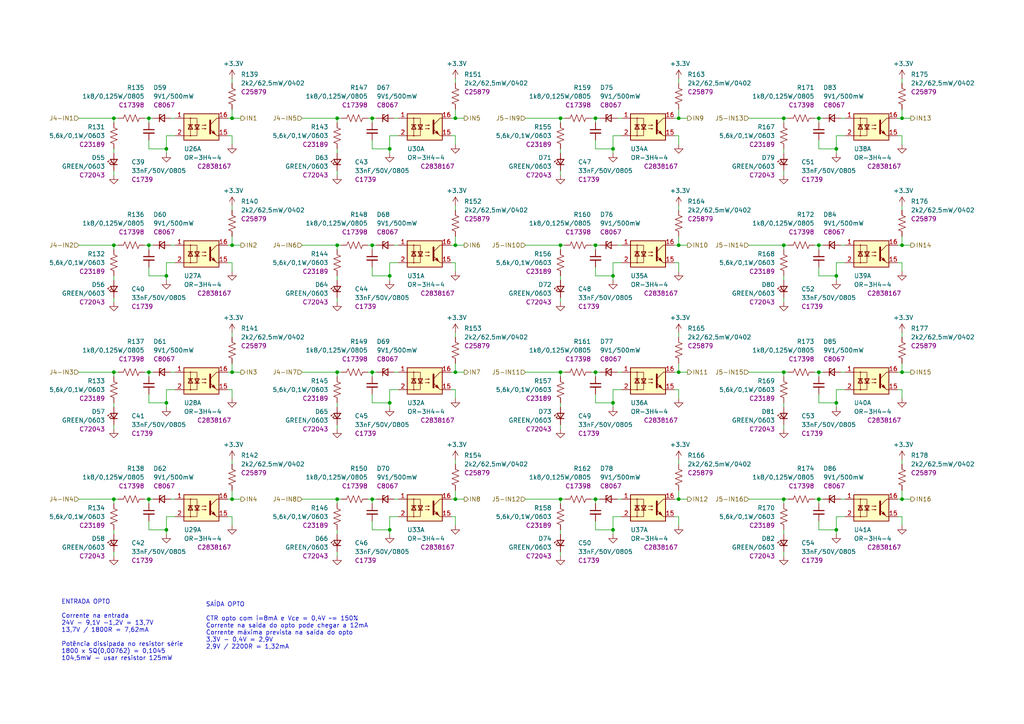
<source format=kicad_sch>
(kicad_sch (version 20230121) (generator eeschema)
  (paper "A4")
  (title_block (title "ESP 32x 24VDC Input 32x 24VDC Output Module") (date "2023-05-04") (rev "V1"))
  (junction (at 113.03 43.18))
  (junction (at 177.8 153.67))
  (junction (at 227.33 144.78))
  (junction (at 237.49 34.29))
  (junction (at 132.08 34.29))
  (junction (at 196.85 144.78))
  (junction (at 97.79 107.95))
  (junction (at 48.26 43.18))
  (junction (at 172.72 71.12))
  (junction (at 97.79 71.12))
  (junction (at 113.03 153.67))
  (junction (at 237.49 71.12))
  (junction (at 107.95 144.78))
  (junction (at 162.56 71.12))
  (junction (at 43.18 71.12))
  (junction (at 33.02 144.78))
  (junction (at 107.95 34.29))
  (junction (at 227.33 107.95))
  (junction (at 48.26 153.67))
  (junction (at 237.49 107.95))
  (junction (at 162.56 107.95))
  (junction (at 97.79 34.29))
  (junction (at 162.56 144.78))
  (junction (at 172.72 107.95))
  (junction (at 132.08 107.95))
  (junction (at 242.57 80.01))
  (junction (at 261.62 144.78))
  (junction (at 67.31 71.12))
  (junction (at 48.26 116.84))
  (junction (at 227.33 34.29))
  (junction (at 33.02 34.29))
  (junction (at 261.62 34.29))
  (junction (at 97.79 144.78))
  (junction (at 67.31 144.78))
  (junction (at 107.95 71.12))
  (junction (at 132.08 71.12))
  (junction (at 237.49 144.78))
  (junction (at 196.85 34.29))
  (junction (at 172.72 34.29))
  (junction (at 196.85 71.12))
  (junction (at 113.03 116.84))
  (junction (at 67.31 107.95))
  (junction (at 48.26 80.01))
  (junction (at 242.57 153.67))
  (junction (at 242.57 116.84))
  (junction (at 43.18 34.29))
  (junction (at 227.33 71.12))
  (junction (at 132.08 144.78))
  (junction (at 172.72 144.78))
  (junction (at 242.57 43.18))
  (junction (at 177.8 80.01))
  (junction (at 177.8 43.18))
  (junction (at 162.56 34.29))
  (junction (at 33.02 107.95))
  (junction (at 196.85 107.95))
  (junction (at 107.95 107.95))
  (junction (at 33.02 71.12))
  (junction (at 261.62 107.95))
  (junction (at 67.31 34.29))
  (junction (at 43.18 107.95))
  (junction (at 43.18 144.78))
  (junction (at 177.8 116.84))
  (junction (at 261.62 71.12))
  (junction (at 113.03 80.01))
  (wire (pts (xy 245.11 76.2) (xy 242.57 76.2)))
  (wire (pts (xy 107.95 151.13) (xy 107.95 153.67)))
  (wire (pts (xy 22.86 144.78) (xy 33.02 144.78)))
  (wire (pts (xy 130.81 34.29) (xy 132.08 34.29)))
  (wire (pts (xy 22.86 107.95) (xy 33.02 107.95)))
  (wire (pts (xy 196.85 22.86) (xy 196.85 24.13)))
  (wire (pts (xy 43.18 77.47) (xy 43.18 80.01)))
  (wire (pts (xy 227.33 160.02) (xy 227.33 161.29)))
  (wire (pts (xy 33.02 86.36) (xy 33.02 87.63)))
  (wire (pts (xy 67.31 39.37) (xy 67.31 41.91)))
  (wire (pts (xy 97.79 116.84) (xy 97.79 118.11)))
  (wire (pts (xy 177.8 153.67) (xy 177.8 154.94)))
  (wire (pts (xy 242.57 39.37) (xy 242.57 43.18)))
  (wire (pts (xy 172.72 107.95) (xy 173.99 107.95)))
  (wire (pts (xy 33.02 34.29) (xy 33.02 35.56)))
  (wire (pts (xy 196.85 59.69) (xy 196.85 60.96)))
  (wire (pts (xy 50.8 149.86) (xy 48.26 149.86)))
  (wire (pts (xy 227.33 34.29) (xy 227.33 35.56)))
  (wire (pts (xy 196.85 149.86) (xy 196.85 152.4)))
  (wire (pts (xy 217.17 34.29) (xy 227.33 34.29)))
  (wire (pts (xy 132.08 76.2) (xy 132.08 78.74)))
  (wire (pts (xy 162.56 80.01) (xy 162.56 81.28)))
  (wire (pts (xy 242.57 76.2) (xy 242.57 80.01)))
  (wire (pts (xy 114.3 71.12) (xy 115.57 71.12)))
  (wire (pts (xy 48.26 113.03) (xy 48.26 116.84)))
  (wire (pts (xy 242.57 116.84) (xy 242.57 118.11)))
  (wire (pts (xy 243.84 144.78) (xy 245.11 144.78)))
  (wire (pts (xy 162.56 153.67) (xy 162.56 154.94)))
  (wire (pts (xy 162.56 71.12) (xy 162.56 72.39)))
  (wire (pts (xy 237.49 80.01) (xy 242.57 80.01)))
  (wire (pts (xy 22.86 34.29) (xy 33.02 34.29)))
  (wire (pts (xy 242.57 43.18) (xy 242.57 44.45)))
  (wire (pts (xy 130.81 144.78) (xy 132.08 144.78)))
  (wire (pts (xy 195.58 34.29) (xy 196.85 34.29)))
  (wire (pts (xy 260.35 107.95) (xy 261.62 107.95)))
  (wire (pts (xy 97.79 144.78) (xy 99.06 144.78)))
  (wire (pts (xy 179.07 71.12) (xy 180.34 71.12)))
  (wire (pts (xy 43.18 151.13) (xy 43.18 153.67)))
  (wire (pts (xy 152.4 71.12) (xy 162.56 71.12)))
  (wire (pts (xy 243.84 34.29) (xy 245.11 34.29)))
  (wire (pts (xy 107.95 146.05) (xy 107.95 144.78)))
  (wire (pts (xy 180.34 149.86) (xy 177.8 149.86)))
  (wire (pts (xy 217.17 71.12) (xy 227.33 71.12)))
  (wire (pts (xy 227.33 123.19) (xy 227.33 124.46)))
  (wire (pts (xy 87.63 144.78) (xy 97.79 144.78)))
  (wire (pts (xy 172.72 146.05) (xy 172.72 144.78)))
  (wire (pts (xy 43.18 107.95) (xy 44.45 107.95)))
  (wire (pts (xy 195.58 39.37) (xy 196.85 39.37)))
  (wire (pts (xy 196.85 142.24) (xy 196.85 144.78)))
  (wire (pts (xy 227.33 49.53) (xy 227.33 50.8)))
  (wire (pts (xy 33.02 144.78) (xy 33.02 146.05)))
  (wire (pts (xy 237.49 114.3) (xy 237.49 116.84)))
  (wire (pts (xy 107.95 71.12) (xy 109.22 71.12)))
  (wire (pts (xy 195.58 107.95) (xy 196.85 107.95)))
  (wire (pts (xy 97.79 86.36) (xy 97.79 87.63)))
  (wire (pts (xy 245.11 113.03) (xy 242.57 113.03)))
  (wire (pts (xy 261.62 59.69) (xy 261.62 60.96)))
  (wire (pts (xy 237.49 109.22) (xy 237.49 107.95)))
  (wire (pts (xy 261.62 149.86) (xy 261.62 152.4)))
  (wire (pts (xy 237.49 72.39) (xy 237.49 71.12)))
  (wire (pts (xy 87.63 34.29) (xy 97.79 34.29)))
  (wire (pts (xy 227.33 144.78) (xy 228.6 144.78)))
  (wire (pts (xy 162.56 144.78) (xy 162.56 146.05)))
  (wire (pts (xy 130.81 107.95) (xy 132.08 107.95)))
  (wire (pts (xy 106.68 71.12) (xy 107.95 71.12)))
  (wire (pts (xy 41.91 34.29) (xy 43.18 34.29)))
  (wire (pts (xy 152.4 34.29) (xy 162.56 34.29)))
  (wire (pts (xy 237.49 107.95) (xy 238.76 107.95)))
  (wire (pts (xy 195.58 149.86) (xy 196.85 149.86)))
  (wire (pts (xy 106.68 107.95) (xy 107.95 107.95)))
  (wire (pts (xy 162.56 34.29) (xy 162.56 35.56)))
  (wire (pts (xy 260.35 76.2) (xy 261.62 76.2)))
  (wire (pts (xy 43.18 72.39) (xy 43.18 71.12)))
  (wire (pts (xy 132.08 22.86) (xy 132.08 24.13)))
  (wire (pts (xy 43.18 146.05) (xy 43.18 144.78)))
  (wire (pts (xy 43.18 114.3) (xy 43.18 116.84)))
  (wire (pts (xy 261.62 107.95) (xy 264.16 107.95)))
  (wire (pts (xy 171.45 34.29) (xy 172.72 34.29)))
  (wire (pts (xy 66.04 113.03) (xy 67.31 113.03)))
  (wire (pts (xy 48.26 116.84) (xy 48.26 118.11)))
  (wire (pts (xy 172.72 71.12) (xy 173.99 71.12)))
  (wire (pts (xy 132.08 142.24) (xy 132.08 144.78)))
  (wire (pts (xy 107.95 109.22) (xy 107.95 107.95)))
  (wire (pts (xy 180.34 39.37) (xy 177.8 39.37)))
  (wire (pts (xy 162.56 123.19) (xy 162.56 124.46)))
  (wire (pts (xy 172.72 109.22) (xy 172.72 107.95)))
  (wire (pts (xy 177.8 113.03) (xy 177.8 116.84)))
  (wire (pts (xy 196.85 133.35) (xy 196.85 134.62)))
  (wire (pts (xy 97.79 34.29) (xy 99.06 34.29)))
  (wire (pts (xy 33.02 107.95) (xy 34.29 107.95)))
  (wire (pts (xy 33.02 107.95) (xy 33.02 109.22)))
  (wire (pts (xy 132.08 39.37) (xy 132.08 41.91)))
  (wire (pts (xy 172.72 35.56) (xy 172.72 34.29)))
  (wire (pts (xy 196.85 71.12) (xy 199.39 71.12)))
  (wire (pts (xy 67.31 76.2) (xy 67.31 78.74)))
  (wire (pts (xy 243.84 107.95) (xy 245.11 107.95)))
  (wire (pts (xy 41.91 71.12) (xy 43.18 71.12)))
  (wire (pts (xy 132.08 59.69) (xy 132.08 60.96)))
  (wire (pts (xy 179.07 107.95) (xy 180.34 107.95)))
  (wire (pts (xy 67.31 71.12) (xy 69.85 71.12)))
  (wire (pts (xy 67.31 31.75) (xy 67.31 34.29)))
  (wire (pts (xy 227.33 86.36) (xy 227.33 87.63)))
  (wire (pts (xy 67.31 96.52) (xy 67.31 97.79)))
  (wire (pts (xy 237.49 116.84) (xy 242.57 116.84)))
  (wire (pts (xy 217.17 107.95) (xy 227.33 107.95)))
  (wire (pts (xy 43.18 34.29) (xy 44.45 34.29)))
  (wire (pts (xy 115.57 39.37) (xy 113.03 39.37)))
  (wire (pts (xy 113.03 113.03) (xy 113.03 116.84)))
  (wire (pts (xy 107.95 153.67) (xy 113.03 153.67)))
  (wire (pts (xy 162.56 34.29) (xy 163.83 34.29)))
  (wire (pts (xy 48.26 153.67) (xy 48.26 154.94)))
  (wire (pts (xy 33.02 116.84) (xy 33.02 118.11)))
  (wire (pts (xy 162.56 86.36) (xy 162.56 87.63)))
  (wire (pts (xy 107.95 144.78) (xy 109.22 144.78)))
  (wire (pts (xy 33.02 123.19) (xy 33.02 124.46)))
  (wire (pts (xy 172.72 77.47) (xy 172.72 80.01)))
  (wire (pts (xy 171.45 107.95) (xy 172.72 107.95)))
  (wire (pts (xy 132.08 133.35) (xy 132.08 134.62)))
  (wire (pts (xy 48.26 76.2) (xy 48.26 80.01)))
  (wire (pts (xy 227.33 34.29) (xy 228.6 34.29)))
  (wire (pts (xy 113.03 39.37) (xy 113.03 43.18)))
  (wire (pts (xy 113.03 80.01) (xy 113.03 81.28)))
  (wire (pts (xy 43.18 35.56) (xy 43.18 34.29)))
  (wire (pts (xy 114.3 107.95) (xy 115.57 107.95)))
  (wire (pts (xy 180.34 113.03) (xy 177.8 113.03)))
  (wire (pts (xy 33.02 43.18) (xy 33.02 44.45)))
  (wire (pts (xy 49.53 107.95) (xy 50.8 107.95)))
  (wire (pts (xy 171.45 71.12) (xy 172.72 71.12)))
  (wire (pts (xy 236.22 144.78) (xy 237.49 144.78)))
  (wire (pts (xy 41.91 144.78) (xy 43.18 144.78)))
  (wire (pts (xy 177.8 116.84) (xy 177.8 118.11)))
  (wire (pts (xy 33.02 49.53) (xy 33.02 50.8)))
  (wire (pts (xy 43.18 40.64) (xy 43.18 43.18)))
  (wire (pts (xy 33.02 80.01) (xy 33.02 81.28)))
  (wire (pts (xy 43.18 71.12) (xy 44.45 71.12)))
  (wire (pts (xy 43.18 43.18) (xy 48.26 43.18)))
  (wire (pts (xy 43.18 144.78) (xy 44.45 144.78)))
  (wire (pts (xy 237.49 40.64) (xy 237.49 43.18)))
  (wire (pts (xy 196.85 113.03) (xy 196.85 115.57)))
  (wire (pts (xy 177.8 39.37) (xy 177.8 43.18)))
  (wire (pts (xy 106.68 144.78) (xy 107.95 144.78)))
  (wire (pts (xy 132.08 31.75) (xy 132.08 34.29)))
  (wire (pts (xy 97.79 123.19) (xy 97.79 124.46)))
  (wire (pts (xy 236.22 71.12) (xy 237.49 71.12)))
  (wire (pts (xy 162.56 43.18) (xy 162.56 44.45)))
  (wire (pts (xy 114.3 144.78) (xy 115.57 144.78)))
  (wire (pts (xy 227.33 144.78) (xy 227.33 146.05)))
  (wire (pts (xy 237.49 153.67) (xy 242.57 153.67)))
  (wire (pts (xy 132.08 144.78) (xy 134.62 144.78)))
  (wire (pts (xy 66.04 144.78) (xy 67.31 144.78)))
  (wire (pts (xy 242.57 113.03) (xy 242.57 116.84)))
  (wire (pts (xy 237.49 43.18) (xy 242.57 43.18)))
  (wire (pts (xy 171.45 144.78) (xy 172.72 144.78)))
  (wire (pts (xy 227.33 80.01) (xy 227.33 81.28)))
  (wire (pts (xy 107.95 80.01) (xy 113.03 80.01)))
  (wire (pts (xy 130.81 113.03) (xy 132.08 113.03)))
  (wire (pts (xy 48.26 80.01) (xy 48.26 81.28)))
  (wire (pts (xy 227.33 43.18) (xy 227.33 44.45)))
  (wire (pts (xy 196.85 34.29) (xy 199.39 34.29)))
  (wire (pts (xy 97.79 80.01) (xy 97.79 81.28)))
  (wire (pts (xy 115.57 113.03) (xy 113.03 113.03)))
  (wire (pts (xy 227.33 71.12) (xy 228.6 71.12)))
  (wire (pts (xy 50.8 39.37) (xy 48.26 39.37)))
  (wire (pts (xy 261.62 68.58) (xy 261.62 71.12)))
  (wire (pts (xy 33.02 160.02) (xy 33.02 161.29)))
  (wire (pts (xy 162.56 116.84) (xy 162.56 118.11)))
  (wire (pts (xy 217.17 144.78) (xy 227.33 144.78)))
  (wire (pts (xy 162.56 49.53) (xy 162.56 50.8)))
  (wire (pts (xy 261.62 31.75) (xy 261.62 34.29)))
  (wire (pts (xy 172.72 153.67) (xy 177.8 153.67)))
  (wire (pts (xy 132.08 71.12) (xy 134.62 71.12)))
  (wire (pts (xy 237.49 146.05) (xy 237.49 144.78)))
  (wire (pts (xy 236.22 34.29) (xy 237.49 34.29)))
  (wire (pts (xy 113.03 76.2) (xy 113.03 80.01)))
  (wire (pts (xy 66.04 76.2) (xy 67.31 76.2)))
  (wire (pts (xy 113.03 116.84) (xy 113.03 118.11)))
  (wire (pts (xy 179.07 34.29) (xy 180.34 34.29)))
  (wire (pts (xy 97.79 34.29) (xy 97.79 35.56)))
  (wire (pts (xy 33.02 144.78) (xy 34.29 144.78)))
  (wire (pts (xy 43.18 153.67) (xy 48.26 153.67)))
  (wire (pts (xy 50.8 113.03) (xy 48.26 113.03)))
  (wire (pts (xy 237.49 35.56) (xy 237.49 34.29)))
  (wire (pts (xy 67.31 34.29) (xy 69.85 34.29)))
  (wire (pts (xy 236.22 107.95) (xy 237.49 107.95)))
  (wire (pts (xy 67.31 133.35) (xy 67.31 134.62)))
  (wire (pts (xy 177.8 80.01) (xy 177.8 81.28)))
  (wire (pts (xy 107.95 35.56) (xy 107.95 34.29)))
  (wire (pts (xy 172.72 114.3) (xy 172.72 116.84)))
  (wire (pts (xy 227.33 116.84) (xy 227.33 118.11)))
  (wire (pts (xy 172.72 80.01) (xy 177.8 80.01)))
  (wire (pts (xy 67.31 68.58) (xy 67.31 71.12)))
  (wire (pts (xy 87.63 71.12) (xy 97.79 71.12)))
  (wire (pts (xy 67.31 59.69) (xy 67.31 60.96)))
  (wire (pts (xy 261.62 96.52) (xy 261.62 97.79)))
  (wire (pts (xy 97.79 160.02) (xy 97.79 161.29)))
  (wire (pts (xy 66.04 107.95) (xy 67.31 107.95)))
  (wire (pts (xy 237.49 151.13) (xy 237.49 153.67)))
  (wire (pts (xy 97.79 71.12) (xy 97.79 72.39)))
  (wire (pts (xy 67.31 113.03) (xy 67.31 115.57)))
  (wire (pts (xy 107.95 40.64) (xy 107.95 43.18)))
  (wire (pts (xy 107.95 34.29) (xy 109.22 34.29)))
  (wire (pts (xy 152.4 144.78) (xy 162.56 144.78)))
  (wire (pts (xy 242.57 80.01) (xy 242.57 81.28)))
  (wire (pts (xy 227.33 107.95) (xy 227.33 109.22)))
  (wire (pts (xy 50.8 76.2) (xy 48.26 76.2)))
  (wire (pts (xy 261.62 22.86) (xy 261.62 24.13)))
  (wire (pts (xy 33.02 153.67) (xy 33.02 154.94)))
  (wire (pts (xy 33.02 71.12) (xy 33.02 72.39)))
  (wire (pts (xy 227.33 71.12) (xy 227.33 72.39)))
  (wire (pts (xy 107.95 116.84) (xy 113.03 116.84)))
  (wire (pts (xy 196.85 68.58) (xy 196.85 71.12)))
  (wire (pts (xy 261.62 105.41) (xy 261.62 107.95)))
  (wire (pts (xy 260.35 39.37) (xy 261.62 39.37)))
  (wire (pts (xy 162.56 144.78) (xy 163.83 144.78)))
  (wire (pts (xy 41.91 107.95) (xy 43.18 107.95)))
  (wire (pts (xy 242.57 153.67) (xy 242.57 154.94)))
  (wire (pts (xy 22.86 71.12) (xy 33.02 71.12)))
  (wire (pts (xy 97.79 43.18) (xy 97.79 44.45)))
  (wire (pts (xy 132.08 113.03) (xy 132.08 115.57)))
  (wire (pts (xy 177.8 149.86) (xy 177.8 153.67)))
  (wire (pts (xy 130.81 71.12) (xy 132.08 71.12)))
  (wire (pts (xy 107.95 114.3) (xy 107.95 116.84)))
  (wire (pts (xy 261.62 144.78) (xy 264.16 144.78)))
  (wire (pts (xy 66.04 39.37) (xy 67.31 39.37)))
  (wire (pts (xy 130.81 149.86) (xy 132.08 149.86)))
  (wire (pts (xy 261.62 142.24) (xy 261.62 144.78)))
  (wire (pts (xy 196.85 39.37) (xy 196.85 41.91)))
  (wire (pts (xy 49.53 34.29) (xy 50.8 34.29)))
  (wire (pts (xy 107.95 107.95) (xy 109.22 107.95)))
  (wire (pts (xy 97.79 107.95) (xy 97.79 109.22)))
  (wire (pts (xy 132.08 96.52) (xy 132.08 97.79)))
  (wire (pts (xy 195.58 144.78) (xy 196.85 144.78)))
  (wire (pts (xy 130.81 76.2) (xy 132.08 76.2)))
  (wire (pts (xy 260.35 113.03) (xy 261.62 113.03)))
  (wire (pts (xy 162.56 107.95) (xy 163.83 107.95)))
  (wire (pts (xy 113.03 43.18) (xy 113.03 44.45)))
  (wire (pts (xy 261.62 113.03) (xy 261.62 115.57)))
  (wire (pts (xy 67.31 105.41) (xy 67.31 107.95)))
  (wire (pts (xy 67.31 144.78) (xy 69.85 144.78)))
  (wire (pts (xy 132.08 34.29) (xy 134.62 34.29)))
  (wire (pts (xy 172.72 151.13) (xy 172.72 153.67)))
  (wire (pts (xy 172.72 144.78) (xy 173.99 144.78)))
  (wire (pts (xy 260.35 149.86) (xy 261.62 149.86)))
  (wire (pts (xy 196.85 107.95) (xy 199.39 107.95)))
  (wire (pts (xy 162.56 160.02) (xy 162.56 161.29)))
  (wire (pts (xy 97.79 71.12) (xy 99.06 71.12)))
  (wire (pts (xy 227.33 107.95) (xy 228.6 107.95)))
  (wire (pts (xy 48.26 39.37) (xy 48.26 43.18)))
  (wire (pts (xy 261.62 71.12) (xy 264.16 71.12)))
  (wire (pts (xy 66.04 71.12) (xy 67.31 71.12)))
  (wire (pts (xy 243.84 71.12) (xy 245.11 71.12)))
  (wire (pts (xy 162.56 107.95) (xy 162.56 109.22)))
  (wire (pts (xy 67.31 107.95) (xy 69.85 107.95)))
  (wire (pts (xy 195.58 113.03) (xy 196.85 113.03)))
  (wire (pts (xy 67.31 142.24) (xy 67.31 144.78)))
  (wire (pts (xy 130.81 39.37) (xy 132.08 39.37)))
  (wire (pts (xy 162.56 71.12) (xy 163.83 71.12)))
  (wire (pts (xy 107.95 72.39) (xy 107.95 71.12)))
  (wire (pts (xy 260.35 34.29) (xy 261.62 34.29)))
  (wire (pts (xy 261.62 39.37) (xy 261.62 41.91)))
  (wire (pts (xy 115.57 149.86) (xy 113.03 149.86)))
  (wire (pts (xy 261.62 34.29) (xy 264.16 34.29)))
  (wire (pts (xy 97.79 153.67) (xy 97.79 154.94)))
  (wire (pts (xy 113.03 153.67) (xy 113.03 154.94)))
  (wire (pts (xy 180.34 76.2) (xy 177.8 76.2)))
  (wire (pts (xy 33.02 34.29) (xy 34.29 34.29)))
  (wire (pts (xy 132.08 68.58) (xy 132.08 71.12)))
  (wire (pts (xy 107.95 77.47) (xy 107.95 80.01)))
  (wire (pts (xy 97.79 49.53) (xy 97.79 50.8)))
  (wire (pts (xy 49.53 71.12) (xy 50.8 71.12)))
  (wire (pts (xy 261.62 133.35) (xy 261.62 134.62)))
  (wire (pts (xy 106.68 34.29) (xy 107.95 34.29)))
  (wire (pts (xy 43.18 116.84) (xy 48.26 116.84)))
  (wire (pts (xy 33.02 71.12) (xy 34.29 71.12)))
  (wire (pts (xy 196.85 96.52) (xy 196.85 97.79)))
  (wire (pts (xy 172.72 40.64) (xy 172.72 43.18)))
  (wire (pts (xy 237.49 34.29) (xy 238.76 34.29)))
  (wire (pts (xy 177.8 76.2) (xy 177.8 80.01)))
  (wire (pts (xy 237.49 144.78) (xy 238.76 144.78)))
  (wire (pts (xy 66.04 149.86) (xy 67.31 149.86)))
  (wire (pts (xy 242.57 149.86) (xy 242.57 153.67)))
  (wire (pts (xy 152.4 107.95) (xy 162.56 107.95)))
  (wire (pts (xy 172.72 72.39) (xy 172.72 71.12)))
  (wire (pts (xy 195.58 76.2) (xy 196.85 76.2)))
  (wire (pts (xy 48.26 43.18) (xy 48.26 44.45)))
  (wire (pts (xy 237.49 71.12) (xy 238.76 71.12)))
  (wire (pts (xy 195.58 71.12) (xy 196.85 71.12)))
  (wire (pts (xy 172.72 116.84) (xy 177.8 116.84)))
  (wire (pts (xy 115.57 76.2) (xy 113.03 76.2)))
  (wire (pts (xy 107.95 43.18) (xy 113.03 43.18)))
  (wire (pts (xy 97.79 107.95) (xy 99.06 107.95)))
  (wire (pts (xy 261.62 76.2) (xy 261.62 78.74)))
  (wire (pts (xy 113.03 149.86) (xy 113.03 153.67)))
  (wire (pts (xy 196.85 31.75) (xy 196.85 34.29)))
  (wire (pts (xy 67.31 149.86) (xy 67.31 152.4)))
  (wire (pts (xy 97.79 144.78) (xy 97.79 146.05)))
  (wire (pts (xy 245.11 39.37) (xy 242.57 39.37)))
  (wire (pts (xy 196.85 105.41) (xy 196.85 107.95)))
  (wire (pts (xy 177.8 43.18) (xy 177.8 44.45)))
  (wire (pts (xy 196.85 76.2) (xy 196.85 78.74)))
  (wire (pts (xy 132.08 149.86) (xy 132.08 152.4)))
  (wire (pts (xy 43.18 80.01) (xy 48.26 80.01)))
  (wire (pts (xy 49.53 144.78) (xy 50.8 144.78)))
  (wire (pts (xy 132.08 105.41) (xy 132.08 107.95)))
  (wire (pts (xy 172.72 43.18) (xy 177.8 43.18)))
  (wire (pts (xy 237.49 77.47) (xy 237.49 80.01)))
  (wire (pts (xy 196.85 144.78) (xy 199.39 144.78)))
  (wire (pts (xy 227.33 153.67) (xy 227.33 154.94)))
  (wire (pts (xy 179.07 144.78) (xy 180.34 144.78)))
  (wire (pts (xy 245.11 149.86) (xy 242.57 149.86)))
  (wire (pts (xy 67.31 22.86) (xy 67.31 24.13)))
  (wire (pts (xy 43.18 109.22) (xy 43.18 107.95)))
  (wire (pts (xy 132.08 107.95) (xy 134.62 107.95)))
  (wire (pts (xy 260.35 144.78) (xy 261.62 144.78)))
  (wire (pts (xy 87.63 107.95) (xy 97.79 107.95)))
  (wire (pts (xy 114.3 34.29) (xy 115.57 34.29)))
  (wire (pts (xy 172.72 34.29) (xy 173.99 34.29)))
  (wire (pts (xy 66.04 34.29) (xy 67.31 34.29)))
  (wire (pts (xy 260.35 71.12) (xy 261.62 71.12)))
  (wire (pts (xy 48.26 149.86) (xy 48.26 153.67)))
  (text "ENTRADA OPTO\n\nCorrente na entrada\n24V - 9,1V -1,2V = 13,7V\n13,7V / 1800R = 7,62mA\n\nPotência dissipada no resistor série\n1800 x SQ(0,00762) = 0,1045\n104,5mW - usar resistor 125mW" (at 17.78 191.77 0) (effects (font (size 1.27 1.27)) (justify left bottom)))
  (text "SAÍDA OPTO\n\nCTR opto com i=8mA e Vce = 0,4V ~= 150%\nCorrente na saída do opto pode chegar a 12mA\nCorrente máxima prevista na saída do opto\n3,3V - 0,4V = 2,9V\n2,9V / 2200R = 1,32mA\n\n" (at 59.69 190.5 0) (effects (font (size 1.27 1.27)) (justify left bottom)))
  (hierarchical_label "IN10" (shape output) (at 199.39 71.12 0))
  (hierarchical_label "IN6" (shape output) (at 134.62 71.12 0))
  (hierarchical_label "IN9" (shape output) (at 199.39 34.29 0))
  (hierarchical_label "IN11" (shape output) (at 199.39 107.95 0))
  (hierarchical_label "J4-IN8" (shape input) (at 87.63 144.78 180))
  (hierarchical_label "IN3" (shape output) (at 69.85 107.95 0))
  (hierarchical_label "J4-IN2" (shape input) (at 22.86 71.12 180))
  (hierarchical_label "IN4" (shape output) (at 69.85 144.78 0))
  (hierarchical_label "IN1" (shape output) (at 69.85 34.29 0))
  (hierarchical_label "IN16" (shape output) (at 264.16 144.78 0))
  (hierarchical_label "IN15" (shape output) (at 264.16 107.95 0))
  (hierarchical_label "J4-IN6" (shape input) (at 87.63 71.12 180))
  (hierarchical_label "J4-IN4" (shape input) (at 22.86 144.78 180))
  (hierarchical_label "J5-IN13" (shape input) (at 217.17 34.29 180))
  (hierarchical_label "IN14" (shape output) (at 264.16 71.12 0))
  (hierarchical_label "J5-IN15" (shape input) (at 217.17 107.95 180))
  (hierarchical_label "J4-IN5" (shape input) (at 87.63 34.29 180))
  (hierarchical_label "IN13" (shape output) (at 264.16 34.29 0))
  (hierarchical_label "IN7" (shape output) (at 134.62 107.95 0))
  (hierarchical_label "IN2" (shape output) (at 69.85 71.12 0))
  (hierarchical_label "J5-IN16" (shape input) (at 217.17 144.78 180))
  (hierarchical_label "J5-IN9" (shape input) (at 152.4 34.29 180))
  (hierarchical_label "J5-IN10" (shape input) (at 152.4 71.12 180))
  (hierarchical_label "IN12" (shape output) (at 199.39 144.78 0))
  (hierarchical_label "IN8" (shape output) (at 134.62 144.78 0))
  (hierarchical_label "J5-IN11" (shape input) (at 152.4 107.95 180))
  (hierarchical_label "J4-IN3" (shape input) (at 22.86 107.95 180))
  (hierarchical_label "J4-IN7" (shape input) (at 87.63 107.95 180))
  (hierarchical_label "J4-IN1" (shape input) (at 22.86 34.29 180))
  (hierarchical_label "J5-IN14" (shape input) (at 217.17 71.12 180))
  (hierarchical_label "J5-IN12" (shape input) (at 152.4 144.78 180))
  (hierarchical_label "IN5" (shape output) (at 134.62 34.29 0))
  (symbol (lib_id "Tales:OR-3H4-4") (at 252.73 73.66 0) (unit 1)
    (property "Reference" "U39" (at 247.65 80.01 0) (effects (justify left)))
    (property "Value" "OR-3H4-4" (at 247.65 82.55 0) (effects (justify left)))
    (property "Footprint" "Tales:SOP-16_4.4x10.4mm_P1.27mm" (effects hide))
    (property "JLCPCB BOM" "1" (effects hide))
    (property "LCSC Part #" "C2838167" (at 251.46 85.09 0) (effects (justify left)))
    (property "Mfr PN" "OR-3H4-4GB-TA1-GK" (effects hide))
    (property "Vendor PN" "C2838167" (effects hide))
    (property "Case" "SOP-16-4.4" (effects hide))
    (property "Mfr" "Orient" (effects hide))
    (property "Vendor" "JLCPCB" (effects hide))
    (instances (project "esp-24v-32ch-v1" (path "" (reference "U39") (unit 1)) (path "" (reference "U13") (unit 2))))
  )
  (symbol (lib_id "power:GND") (at 261.62 41.91 0) (unit 1)
    (property "Reference" "#PWR0253" (effects hide))
    (property "Value" "GNDREF" (effects hide))
    (instances (project "esp-24v-32ch-v1" (path "" (reference "#PWR0253") (unit 1)) (path "" (reference "#PWR0140") (unit 1))))
  )
  (symbol (lib_id "Device:R_US") (at 227.33 76.2 0) (unit 1)
    (property "Reference" "R168" (at 224.79 73.66 0) (effects (justify right)))
    (property "Value" "5,6k/0,1W/0603" (at 224.79 76.2 0) (effects (justify right)))
    (property "Footprint" "Tales:R_0603_1608Metric" (effects hide))
    (property "Case" "0603/1608" (effects hide))
    (property "Mfr" "Uniroyal" (effects hide))
    (property "Mfr PN" "0603WAF5601T5E" (effects hide))
    (property "Vendor" "JLCPCB" (effects hide))
    (property "Vendor PN" "C23189" (effects hide))
    (property "LCSC Part #" "C23189" (at 224.79 78.74 0) (effects (justify right)))
    (property "JLCPCB BOM" "1" (effects hide))
    (instances (project "esp-24v-32ch-v1" (path "" (reference "R168") (unit 1)) (path "" (reference "R72") (unit 1))))
  )
  (symbol (lib_id "power:GND") (at 48.26 44.45 0) (unit 1)
    (property "Reference" "#PWR0200" (effects hide))
    (property "Value" "GNDREF" (effects hide))
    (instances (project "esp-24v-32ch-v1" (path "" (reference "#PWR0200") (unit 1)) (path "" (reference "#PWR087") (unit 1))))
  )
  (symbol (lib_id "Device:C_Small") (at 107.95 148.59 0) (unit 1)
    (property "Reference" "C46" (at 102.87 157.48 0) (effects (justify left)))
    (property "Value" "33nF/50V/0805" (at 102.87 160.02 0) (effects (justify left)))
    (property "Footprint" "Tales:C_0805_2012Metric" (effects hide))
    (property "Technology" "Ceramic" (effects hide))
    (property "Case" "0805/2012" (effects hide))
    (property "Mfr" "FH" (effects hide))
    (property "Mfr PN" "0805B333K500NT" (effects hide))
    (property "Vendor" "JLCPCB" (effects hide))
    (property "Vendor PN" "C1739" (effects hide))
    (property "LCSC Part #" "C1739" (at 102.87 162.56 0) (effects (justify left)))
    (property "JLCPCB BOM" "1" (effects hide))
    (instances (project "esp-24v-32ch-v1" (path "" (reference "C46") (unit 1)) (path "" (reference "C30") (unit 1))))
  )
  (symbol (lib_id "Device:R_US") (at 167.64 34.29 270) (unit 1)
    (property "Reference" "R159" (at 171.45 25.4 90) (effects (justify right)))
    (property "Value" "1k8/0,125W/0805" (at 171.45 27.94 90) (effects (justify right)))
    (property "Footprint" "Tales:R_0805_2012Metric" (effects hide))
    (property "Case" "0805/2012" (effects hide))
    (property "Mfr" "Uniroyal" (effects hide))
    (property "Vendor" "JLCPCB" (effects hide))
    (property "Mfr PN" "0805W8F1801T5E" (effects hide))
    (property "Vendor PN" "C17398" (effects hide))
    (property "LCSC Part #" "C17398" (at 171.45 30.48 90) (effects (justify right)))
    (property "JLCPCB BOM" "1" (effects hide))
    (instances (project "esp-24v-32ch-v1" (path "" (reference "R159") (unit 1)) (path "" (reference "R63") (unit 1))))
  )
  (symbol (lib_id "Device:LED_Small") (at 33.02 46.99 90) (unit 1)
    (property "Reference" "D55" (at 30.48 45.72 90) (effects (justify left)))
    (property "Value" "GREEN/0603" (at 30.48 48.26 90) (effects (justify left)))
    (property "Footprint" "Tales:LED_0603_1608Metric" (effects hide))
    (property "Case" "0603" (effects hide))
    (property "Mfr" "Everlight" (effects hide))
    (property "Mfr PN" "19-217/GHC-YR1S2/3T" (effects hide))
    (property "Vendor" "JLCPCB" (effects hide))
    (property "Vendor PN" "C72043" (effects hide))
    (property "LCSC Part #" "C72043" (at 30.48 50.8 90) (effects (justify left)))
    (property "JLCPCB BOM" "1" (effects hide))
    (instances (project "esp-24v-32ch-v1" (path "" (reference "D55") (unit 1)) (path "" (reference "D7") (unit 1))))
  )
  (symbol (lib_id "Device:C_Small") (at 237.49 38.1 0) (unit 1)
    (property "Reference" "C51" (at 232.41 46.99 0) (effects (justify left)))
    (property "Value" "33nF/50V/0805" (at 232.41 49.53 0) (effects (justify left)))
    (property "Footprint" "Tales:C_0805_2012Metric" (effects hide))
    (property "Technology" "Ceramic" (effects hide))
    (property "Case" "0805/2012" (effects hide))
    (property "Mfr" "FH" (effects hide))
    (property "Mfr PN" "0805B333K500NT" (effects hide))
    (property "Vendor" "JLCPCB" (effects hide))
    (property "Vendor PN" "C1739" (effects hide))
    (property "LCSC Part #" "C1739" (at 232.41 52.07 0) (effects (justify left)))
    (property "JLCPCB BOM" "1" (effects hide))
    (instances (project "esp-24v-32ch-v1" (path "" (reference "C51") (unit 1)) (path "" (reference "C35") (unit 1))))
  )
  (symbol (lib_id "power:GND") (at 48.26 81.28 0) (unit 1)
    (property "Reference" "#PWR0201" (effects hide))
    (property "Value" "GNDREF" (effects hide))
    (instances (project "esp-24v-32ch-v1" (path "" (reference "#PWR0201") (unit 1)) (path "" (reference "#PWR088") (unit 1))))
  )
  (symbol (lib_id "Device:C_Small") (at 43.18 111.76 0) (unit 1)
    (property "Reference" "C41" (at 38.1 120.65 0) (effects (justify left)))
    (property "Value" "33nF/50V/0805" (at 38.1 123.19 0) (effects (justify left)))
    (property "Footprint" "Tales:C_0805_2012Metric" (effects hide))
    (property "Technology" "Ceramic" (effects hide))
    (property "Case" "0805/2012" (effects hide))
    (property "Mfr" "FH" (effects hide))
    (property "Mfr PN" "0805B333K500NT" (effects hide))
    (property "Vendor" "JLCPCB" (effects hide))
    (property "Vendor PN" "C1739" (effects hide))
    (property "LCSC Part #" "C1739" (at 38.1 125.73 0) (effects (justify left)))
    (property "JLCPCB BOM" "1" (effects hide))
    (instances (project "esp-24v-32ch-v1" (path "" (reference "C41") (unit 1)) (path "" (reference "C25") (unit 1))))
  )
  (symbol (lib_id "Device:R_US") (at 97.79 113.03 0) (unit 1)
    (property "Reference" "R145" (at 95.25 110.49 0) (effects (justify right)))
    (property "Value" "5,6k/0,1W/0603" (at 95.25 113.03 0) (effects (justify right)))
    (property "Footprint" "Tales:R_0603_1608Metric" (effects hide))
    (property "Case" "0603/1608" (effects hide))
    (property "Mfr" "Uniroyal" (effects hide))
    (property "Mfr PN" "0603WAF5601T5E" (effects hide))
    (property "Vendor" "JLCPCB" (effects hide))
    (property "Vendor PN" "C23189" (effects hide))
    (property "LCSC Part #" "C23189" (at 95.25 115.57 0) (effects (justify right)))
    (property "JLCPCB BOM" "1" (effects hide))
    (instances (project "esp-24v-32ch-v1" (path "" (reference "R145") (unit 1)) (path "" (reference "R49") (unit 1))))
  )
  (symbol (lib_id "power:GND") (at 132.08 41.91 0) (unit 1)
    (property "Reference" "#PWR0221" (effects hide))
    (property "Value" "GNDREF" (effects hide))
    (instances (project "esp-24v-32ch-v1" (path "" (reference "#PWR0221") (unit 1)) (path "" (reference "#PWR0108") (unit 1))))
  )
  (symbol (lib_id "Device:LED_Small") (at 162.56 120.65 90) (unit 1)
    (property "Reference" "D73" (at 160.02 119.38 90) (effects (justify left)))
    (property "Value" "GREEN/0603" (at 160.02 121.92 90) (effects (justify left)))
    (property "Footprint" "Tales:LED_0603_1608Metric" (effects hide))
    (property "Case" "0603" (effects hide))
    (property "Mfr" "Everlight" (effects hide))
    (property "Mfr PN" "19-217/GHC-YR1S2/3T" (effects hide))
    (property "Vendor" "JLCPCB" (effects hide))
    (property "Vendor PN" "C72043" (effects hide))
    (property "LCSC Part #" "C72043" (at 160.02 124.46 90) (effects (justify left)))
    (property "JLCPCB BOM" "1" (effects hide))
    (instances (project "esp-24v-32ch-v1" (path "" (reference "D73") (unit 1)) (path "" (reference "D25") (unit 1))))
  )
  (symbol (lib_id "power:GND") (at 261.62 115.57 0) (unit 1)
    (property "Reference" "#PWR0257" (effects hide))
    (property "Value" "GNDREF" (effects hide))
    (instances (project "esp-24v-32ch-v1" (path "" (reference "#PWR0257") (unit 1)) (path "" (reference "#PWR0144") (unit 1))))
  )
  (symbol (lib_id "Device:R_US") (at 67.31 27.94 0) (unit 1)
    (property "Reference" "R139" (at 69.85 21.59 0) (effects (justify left)))
    (property "Value" "2k2/62,5mW/0402" (at 69.85 24.13 0) (effects (justify left)))
    (property "Footprint" "Tales:R_0402_1005Metric" (effects hide))
    (property "Case" "0402/1005" (effects hide))
    (property "Mfr" "Uniroyal" (effects hide))
    (property "Vendor" "JLCPCB" (effects hide))
    (property "Mfr PN" "0402WGF2201TCE" (effects hide))
    (property "Vendor PN" "C25879" (effects hide))
    (property "LCSC Part #" "C25879" (at 69.85 26.67 0) (effects (justify left)))
    (property "JLCPCB BOM" "1" (effects hide))
    (instances (project "esp-24v-32ch-v1" (path "" (reference "R139") (unit 1)) (path "" (reference "R43") (unit 1))))
  )
  (symbol (lib_id "Device:LED_Small") (at 97.79 83.82 90) (unit 1)
    (property "Reference" "D64" (at 95.25 82.55 90) (effects (justify left)))
    (property "Value" "GREEN/0603" (at 95.25 85.09 90) (effects (justify left)))
    (property "Footprint" "Tales:LED_0603_1608Metric" (effects hide))
    (property "Case" "0603" (effects hide))
    (property "Mfr" "Everlight" (effects hide))
    (property "Mfr PN" "19-217/GHC-YR1S2/3T" (effects hide))
    (property "Vendor" "JLCPCB" (effects hide))
    (property "Vendor PN" "C72043" (effects hide))
    (property "LCSC Part #" "C72043" (at 95.25 87.63 90) (effects (justify left)))
    (property "JLCPCB BOM" "1" (effects hide))
    (instances (project "esp-24v-32ch-v1" (path "" (reference "D64") (unit 1)) (path "" (reference "D16") (unit 1))))
  )
  (symbol (lib_id "Device:C_Small") (at 237.49 148.59 0) (unit 1)
    (property "Reference" "C54" (at 232.41 157.48 0) (effects (justify left)))
    (property "Value" "33nF/50V/0805" (at 232.41 160.02 0) (effects (justify left)))
    (property "Footprint" "Tales:C_0805_2012Metric" (effects hide))
    (property "Technology" "Ceramic" (effects hide))
    (property "Case" "0805/2012" (effects hide))
    (property "Mfr" "FH" (effects hide))
    (property "Mfr PN" "0805B333K500NT" (effects hide))
    (property "Vendor" "JLCPCB" (effects hide))
    (property "Vendor PN" "C1739" (effects hide))
    (property "LCSC Part #" "C1739" (at 232.41 162.56 0) (effects (justify left)))
    (property "JLCPCB BOM" "1" (effects hide))
    (instances (project "esp-24v-32ch-v1" (path "" (reference "C54") (unit 1)) (path "" (reference "C38") (unit 1))))
  )
  (symbol (lib_id "power:GND") (at 67.31 115.57 0) (unit 1)
    (property "Reference" "#PWR0209" (effects hide))
    (property "Value" "GNDREF" (effects hide))
    (instances (project "esp-24v-32ch-v1" (path "" (reference "#PWR0209") (unit 1)) (path "" (reference "#PWR096") (unit 1))))
  )
  (symbol (lib_id "Device:R_US") (at 232.41 144.78 270) (unit 1)
    (property "Reference" "R174" (at 236.22 135.89 90) (effects (justify right)))
    (property "Value" "1k8/0,125W/0805" (at 236.22 138.43 90) (effects (justify right)))
    (property "Footprint" "Tales:R_0805_2012Metric" (effects hide))
    (property "Case" "0805/2012" (effects hide))
    (property "Mfr" "Uniroyal" (effects hide))
    (property "Vendor" "JLCPCB" (effects hide))
    (property "Mfr PN" "0805W8F1801T5E" (effects hide))
    (property "Vendor PN" "C17398" (effects hide))
    (property "LCSC Part #" "C17398" (at 236.22 140.97 90) (effects (justify right)))
    (property "JLCPCB BOM" "1" (effects hide))
    (instances (project "esp-24v-32ch-v1" (path "" (reference "R174") (unit 1)) (path "" (reference "R78") (unit 1))))
  )
  (symbol (lib_id "power:GND") (at 177.8 44.45 0) (unit 1)
    (property "Reference" "#PWR0232" (effects hide))
    (property "Value" "GNDREF" (effects hide))
    (instances (project "esp-24v-32ch-v1" (path "" (reference "#PWR0232") (unit 1)) (path "" (reference "#PWR0119") (unit 1))))
  )
  (symbol (lib_id "power:GND") (at 33.02 87.63 0) (unit 1)
    (property "Reference" "#PWR0157" (effects hide))
    (property "Value" "GNDREF" (effects hide))
    (instances (project "esp-24v-32ch-v1" (path "" (reference "#PWR0157") (unit 1)) (path "" (reference "#PWR084") (unit 1))))
  )
  (symbol (lib_id "power:GND") (at 162.56 161.29 0) (unit 1)
    (property "Reference" "#PWR0231" (effects hide))
    (property "Value" "GNDREF" (effects hide))
    (instances (project "esp-24v-32ch-v1" (path "" (reference "#PWR0231") (unit 1)) (path "" (reference "#PWR0118") (unit 1))))
  )
  (symbol (lib_id "Device:D_Zener_Small") (at 111.76 107.95 0) (unit 1)
    (property "Reference" "D69" (at 109.22 99.06 0) (effects (justify left)))
    (property "Value" "9V1/500mW" (at 109.22 101.6 0) (effects (justify left)))
    (property "Footprint" "Tales:D_MiniMELF" (effects hide))
    (property "Case" "Mini-MELF" (effects hide))
    (property "Mfr" "Semtech" (effects hide))
    (property "Mfr PN" "ZMM9V1-M" (effects hide))
    (property "Vendor" "JLCPCB" (effects hide))
    (property "Vendor PN" "C8067" (effects hide))
    (property "JLCPCB BOM" "1" (effects hide))
    (property "LCSC Part #" "C8067" (at 109.22 104.14 0) (effects (justify left)))
    (instances (project "esp-24v-32ch-v1" (path "" (reference "D69") (unit 1)) (path "" (reference "D21") (unit 1))))
  )
  (symbol (lib_id "Device:R_US") (at 102.87 107.95 270) (unit 1)
    (property "Reference" "R149" (at 106.68 99.06 90) (effects (justify right)))
    (property "Value" "1k8/0,125W/0805" (at 106.68 101.6 90) (effects (justify right)))
    (property "Footprint" "Tales:R_0805_2012Metric" (effects hide))
    (property "Case" "0805/2012" (effects hide))
    (property "Mfr" "Uniroyal" (effects hide))
    (property "Vendor" "JLCPCB" (effects hide))
    (property "Mfr PN" "0805W8F1801T5E" (effects hide))
    (property "Vendor PN" "C17398" (effects hide))
    (property "LCSC Part #" "C17398" (at 106.68 104.14 90) (effects (justify right)))
    (property "JLCPCB BOM" "1" (effects hide))
    (instances (project "esp-24v-32ch-v1" (path "" (reference "R149") (unit 1)) (path "" (reference "R53") (unit 1))))
  )
  (symbol (lib_id "power:GND") (at 177.8 81.28 0) (unit 1)
    (property "Reference" "#PWR0233" (effects hide))
    (property "Value" "GNDREF" (effects hide))
    (instances (project "esp-24v-32ch-v1" (path "" (reference "#PWR0233") (unit 1)) (path "" (reference "#PWR0120") (unit 1))))
  )
  (symbol (lib_id "Device:R_US") (at 102.87 34.29 270) (unit 1)
    (property "Reference" "R147" (at 106.68 25.4 90) (effects (justify right)))
    (property "Value" "1k8/0,125W/0805" (at 106.68 27.94 90) (effects (justify right)))
    (property "Footprint" "Tales:R_0805_2012Metric" (effects hide))
    (property "Case" "0805/2012" (effects hide))
    (property "Mfr" "Uniroyal" (effects hide))
    (property "Vendor" "JLCPCB" (effects hide))
    (property "Mfr PN" "0805W8F1801T5E" (effects hide))
    (property "Vendor PN" "C17398" (effects hide))
    (property "LCSC Part #" "C17398" (at 106.68 30.48 90) (effects (justify right)))
    (property "JLCPCB BOM" "1" (effects hide))
    (instances (project "esp-24v-32ch-v1" (path "" (reference "R147") (unit 1)) (path "" (reference "R51") (unit 1))))
  )
  (symbol (lib_id "Tales:+3.3V") (at 132.08 59.69 0) (unit 1)
    (property "Reference" "#PWR0222" (effects hide))
    (property "Value" "+3.3V" (at 132.461 55.2958 0))
    (instances (project "esp-24v-32ch-v1" (path "" (reference "#PWR0222") (unit 1)) (path "" (reference "#PWR0109") (unit 1))))
  )
  (symbol (lib_id "Tales:+3.3V") (at 196.85 133.35 0) (unit 1)
    (property "Reference" "#PWR0242" (effects hide))
    (property "Value" "+3.3V" (at 197.231 128.9558 0))
    (instances (project "esp-24v-32ch-v1" (path "" (reference "#PWR0242") (unit 1)) (path "" (reference "#PWR0129") (unit 1))))
  )
  (symbol (lib_id "Device:R_US") (at 196.85 101.6 0) (unit 1)
    (property "Reference" "R165" (at 199.39 95.25 0) (effects (justify left)))
    (property "Value" "2k2/62,5mW/0402" (at 199.39 97.79 0) (effects (justify left)))
    (property "Footprint" "Tales:R_0402_1005Metric" (effects hide))
    (property "Case" "0402/1005" (effects hide))
    (property "Mfr" "Uniroyal" (effects hide))
    (property "Vendor" "JLCPCB" (effects hide))
    (property "Mfr PN" "0402WGF2201TCE" (effects hide))
    (property "Vendor PN" "C25879" (effects hide))
    (property "LCSC Part #" "C25879" (at 199.39 100.33 0) (effects (justify left)))
    (property "JLCPCB BOM" "1" (effects hide))
    (instances (project "esp-24v-32ch-v1" (path "" (reference "R165") (unit 1)) (path "" (reference "R69") (unit 1))))
  )
  (symbol (lib_id "power:GND") (at 177.8 118.11 0) (unit 1)
    (property "Reference" "#PWR0234" (effects hide))
    (property "Value" "GNDREF" (effects hide))
    (instances (project "esp-24v-32ch-v1" (path "" (reference "#PWR0234") (unit 1)) (path "" (reference "#PWR0121") (unit 1))))
  )
  (symbol (lib_id "power:GND") (at 227.33 124.46 0) (unit 1)
    (property "Reference" "#PWR0246" (effects hide))
    (property "Value" "GNDREF" (effects hide))
    (instances (project "esp-24v-32ch-v1" (path "" (reference "#PWR0246") (unit 1)) (path "" (reference "#PWR0133") (unit 1))))
  )
  (symbol (lib_id "power:GND") (at 113.03 118.11 0) (unit 1)
    (property "Reference" "#PWR0218" (effects hide))
    (property "Value" "GNDREF" (effects hide))
    (instances (project "esp-24v-32ch-v1" (path "" (reference "#PWR0218") (unit 1)) (path "" (reference "#PWR0105") (unit 1))))
  )
  (symbol (lib_id "Device:R_US") (at 227.33 113.03 0) (unit 1)
    (property "Reference" "R169" (at 224.79 110.49 0) (effects (justify right)))
    (property "Value" "5,6k/0,1W/0603" (at 224.79 113.03 0) (effects (justify right)))
    (property "Footprint" "Tales:R_0603_1608Metric" (effects hide))
    (property "Case" "0603/1608" (effects hide))
    (property "Mfr" "Uniroyal" (effects hide))
    (property "Mfr PN" "0603WAF5601T5E" (effects hide))
    (property "Vendor" "JLCPCB" (effects hide))
    (property "Vendor PN" "C23189" (effects hide))
    (property "LCSC Part #" "C23189" (at 224.79 115.57 0) (effects (justify right)))
    (property "JLCPCB BOM" "1" (effects hide))
    (instances (project "esp-24v-32ch-v1" (path "" (reference "R169") (unit 1)) (path "" (reference "R73") (unit 1))))
  )
  (symbol (lib_id "power:GND") (at 113.03 81.28 0) (unit 1)
    (property "Reference" "#PWR0217" (effects hide))
    (property "Value" "GNDREF" (effects hide))
    (instances (project "esp-24v-32ch-v1" (path "" (reference "#PWR0217") (unit 1)) (path "" (reference "#PWR0104") (unit 1))))
  )
  (symbol (lib_id "Device:C_Small") (at 43.18 38.1 0) (unit 1)
    (property "Reference" "C39" (at 38.1 46.99 0) (effects (justify left)))
    (property "Value" "33nF/50V/0805" (at 38.1 49.53 0) (effects (justify left)))
    (property "Footprint" "Tales:C_0805_2012Metric" (effects hide))
    (property "Technology" "Ceramic" (effects hide))
    (property "Case" "0805/2012" (effects hide))
    (property "Mfr" "FH" (effects hide))
    (property "Mfr PN" "0805B333K500NT" (effects hide))
    (property "Vendor" "JLCPCB" (effects hide))
    (property "Vendor PN" "C1739" (effects hide))
    (property "LCSC Part #" "C1739" (at 38.1 52.07 0) (effects (justify left)))
    (property "JLCPCB BOM" "1" (effects hide))
    (instances (project "esp-24v-32ch-v1" (path "" (reference "C39") (unit 1)) (path "" (reference "C23") (unit 1))))
  )
  (symbol (lib_id "Device:LED_Small") (at 33.02 83.82 90) (unit 1)
    (property "Reference" "D56" (at 30.48 82.55 90) (effects (justify left)))
    (property "Value" "GREEN/0603" (at 30.48 85.09 90) (effects (justify left)))
    (property "Footprint" "Tales:LED_0603_1608Metric" (effects hide))
    (property "Case" "0603" (effects hide))
    (property "Mfr" "Everlight" (effects hide))
    (property "Mfr PN" "19-217/GHC-YR1S2/3T" (effects hide))
    (property "Vendor" "JLCPCB" (effects hide))
    (property "Vendor PN" "C72043" (effects hide))
    (property "LCSC Part #" "C72043" (at 30.48 87.63 90) (effects (justify left)))
    (property "JLCPCB BOM" "1" (effects hide))
    (instances (project "esp-24v-32ch-v1" (path "" (reference "D56") (unit 1)) (path "" (reference "D8") (unit 1))))
  )
  (symbol (lib_id "power:GND") (at 196.85 41.91 0) (unit 1)
    (property "Reference" "#PWR0237" (effects hide))
    (property "Value" "GNDREF" (effects hide))
    (instances (project "esp-24v-32ch-v1" (path "" (reference "#PWR0237") (unit 1)) (path "" (reference "#PWR0124") (unit 1))))
  )
  (symbol (lib_id "Device:R_US") (at 33.02 39.37 0) (unit 1)
    (property "Reference" "R131" (at 30.48 36.83 0) (effects (justify right)))
    (property "Value" "5,6k/0,1W/0603" (at 30.48 39.37 0) (effects (justify right)))
    (property "Footprint" "Tales:R_0603_1608Metric" (effects hide))
    (property "Case" "0603/1608" (effects hide))
    (property "Mfr" "Uniroyal" (effects hide))
    (property "Mfr PN" "0603WAF5601T5E" (effects hide))
    (property "Vendor" "JLCPCB" (effects hide))
    (property "Vendor PN" "C23189" (effects hide))
    (property "LCSC Part #" "C23189" (at 30.48 41.91 0) (effects (justify right)))
    (property "JLCPCB BOM" "1" (effects hide))
    (instances (project "esp-24v-32ch-v1" (path "" (reference "R131") (unit 1)) (path "" (reference "R35") (unit 1))))
  )
  (symbol (lib_id "Device:R_US") (at 196.85 27.94 0) (unit 1)
    (property "Reference" "R163" (at 199.39 21.59 0) (effects (justify left)))
    (property "Value" "2k2/62,5mW/0402" (at 199.39 24.13 0) (effects (justify left)))
    (property "Footprint" "Tales:R_0402_1005Metric" (effects hide))
    (property "Case" "0402/1005" (effects hide))
    (property "Mfr" "Uniroyal" (effects hide))
    (property "Vendor" "JLCPCB" (effects hide))
    (property "Mfr PN" "0402WGF2201TCE" (effects hide))
    (property "Vendor PN" "C25879" (effects hide))
    (property "LCSC Part #" "C25879" (at 199.39 26.67 0) (effects (justify left)))
    (property "JLCPCB BOM" "1" (effects hide))
    (instances (project "esp-24v-32ch-v1" (path "" (reference "R163") (unit 1)) (path "" (reference "R67") (unit 1))))
  )
  (symbol (lib_id "Device:C_Small") (at 172.72 74.93 0) (unit 1)
    (property "Reference" "C48" (at 167.64 83.82 0) (effects (justify left)))
    (property "Value" "33nF/50V/0805" (at 167.64 86.36 0) (effects (justify left)))
    (property "Footprint" "Tales:C_0805_2012Metric" (effects hide))
    (property "Technology" "Ceramic" (effects hide))
    (property "Case" "0805/2012" (effects hide))
    (property "Mfr" "FH" (effects hide))
    (property "Mfr PN" "0805B333K500NT" (effects hide))
    (property "Vendor" "JLCPCB" (effects hide))
    (property "Vendor PN" "C1739" (effects hide))
    (property "LCSC Part #" "C1739" (at 167.64 88.9 0) (effects (justify left)))
    (property "JLCPCB BOM" "1" (effects hide))
    (instances (project "esp-24v-32ch-v1" (path "" (reference "C48") (unit 1)) (path "" (reference "C32") (unit 1))))
  )
  (symbol (lib_id "Device:R_US") (at 38.1 107.95 270) (unit 1)
    (property "Reference" "R137" (at 41.91 99.06 90) (effects (justify right)))
    (property "Value" "1k8/0,125W/0805" (at 41.91 101.6 90) (effects (justify right)))
    (property "Footprint" "Tales:R_0805_2012Metric" (effects hide))
    (property "Case" "0805/2012" (effects hide))
    (property "Mfr" "Uniroyal" (effects hide))
    (property "Vendor" "JLCPCB" (effects hide))
    (property "Mfr PN" "0805W8F1801T5E" (effects hide))
    (property "Vendor PN" "C17398" (effects hide))
    (property "LCSC Part #" "C17398" (at 41.91 104.14 90) (effects (justify right)))
    (property "JLCPCB BOM" "1" (effects hide))
    (instances (project "esp-24v-32ch-v1" (path "" (reference "R137") (unit 1)) (path "" (reference "R41") (unit 1))))
  )
  (symbol (lib_id "Device:LED_Small") (at 97.79 46.99 90) (unit 1)
    (property "Reference" "D63" (at 95.25 45.72 90) (effects (justify left)))
    (property "Value" "GREEN/0603" (at 95.25 48.26 90) (effects (justify left)))
    (property "Footprint" "Tales:LED_0603_1608Metric" (effects hide))
    (property "Case" "0603" (effects hide))
    (property "Mfr" "Everlight" (effects hide))
    (property "Mfr PN" "19-217/GHC-YR1S2/3T" (effects hide))
    (property "Vendor" "JLCPCB" (effects hide))
    (property "Vendor PN" "C72043" (effects hide))
    (property "LCSC Part #" "C72043" (at 95.25 50.8 90) (effects (justify left)))
    (property "JLCPCB BOM" "1" (effects hide))
    (instances (project "esp-24v-32ch-v1" (path "" (reference "D63") (unit 1)) (path "" (reference "D15") (unit 1))))
  )
  (symbol (lib_id "Device:C_Small") (at 172.72 111.76 0) (unit 1)
    (property "Reference" "C49" (at 167.64 120.65 0) (effects (justify left)))
    (property "Value" "33nF/50V/0805" (at 167.64 123.19 0) (effects (justify left)))
    (property "Footprint" "Tales:C_0805_2012Metric" (effects hide))
    (property "Technology" "Ceramic" (effects hide))
    (property "Case" "0805/2012" (effects hide))
    (property "Mfr" "FH" (effects hide))
    (property "Mfr PN" "0805B333K500NT" (effects hide))
    (property "Vendor" "JLCPCB" (effects hide))
    (property "Vendor PN" "C1739" (effects hide))
    (property "LCSC Part #" "C1739" (at 167.64 125.73 0) (effects (justify left)))
    (property "JLCPCB BOM" "1" (effects hide))
    (instances (project "esp-24v-32ch-v1" (path "" (reference "C49") (unit 1)) (path "" (reference "C33") (unit 1))))
  )
  (symbol (lib_id "Device:R_US") (at 227.33 39.37 0) (unit 1)
    (property "Reference" "R167" (at 224.79 36.83 0) (effects (justify right)))
    (property "Value" "5,6k/0,1W/0603" (at 224.79 39.37 0) (effects (justify right)))
    (property "Footprint" "Tales:R_0603_1608Metric" (effects hide))
    (property "Case" "0603/1608" (effects hide))
    (property "Mfr" "Uniroyal" (effects hide))
    (property "Mfr PN" "0603WAF5601T5E" (effects hide))
    (property "Vendor" "JLCPCB" (effects hide))
    (property "Vendor PN" "C23189" (effects hide))
    (property "LCSC Part #" "C23189" (at 224.79 41.91 0) (effects (justify right)))
    (property "JLCPCB BOM" "1" (effects hide))
    (instances (project "esp-24v-32ch-v1" (path "" (reference "R167") (unit 1)) (path "" (reference "R71") (unit 1))))
  )
  (symbol (lib_id "Tales:OR-3H4-4") (at 252.73 110.49 0) (unit 1)
    (property "Reference" "U40" (at 247.65 116.84 0) (effects (justify left)))
    (property "Value" "OR-3H4-4" (at 247.65 119.38 0) (effects (justify left)))
    (property "Footprint" "Tales:SOP-16_4.4x10.4mm_P1.27mm" (effects hide))
    (property "JLCPCB BOM" "1" (effects hide))
    (property "LCSC Part #" "C2838167" (at 251.46 121.92 0) (effects (justify left)))
    (property "Mfr PN" "OR-3H4-4GB-TA1-GK" (effects hide))
    (property "Vendor PN" "C2838167" (effects hide))
    (property "Case" "SOP-16-4.4" (effects hide))
    (property "Mfr" "Orient" (effects hide))
    (property "Vendor" "JLCPCB" (effects hide))
    (instances (project "esp-24v-32ch-v1" (path "" (reference "U40") (unit 1)) (path "" (reference "U13") (unit 3))))
  )
  (symbol (lib_id "Device:LED_Small") (at 227.33 120.65 90) (unit 1)
    (property "Reference" "D81" (at 224.79 119.38 90) (effects (justify left)))
    (property "Value" "GREEN/0603" (at 224.79 121.92 90) (effects (justify left)))
    (property "Footprint" "Tales:LED_0603_1608Metric" (effects hide))
    (property "Case" "0603" (effects hide))
    (property "Mfr" "Everlight" (effects hide))
    (property "Mfr PN" "19-217/GHC-YR1S2/3T" (effects hide))
    (property "Vendor" "JLCPCB" (effects hide))
    (property "Vendor PN" "C72043" (effects hide))
    (property "LCSC Part #" "C72043" (at 224.79 124.46 90) (effects (justify left)))
    (property "JLCPCB BOM" "1" (effects hide))
    (instances (project "esp-24v-32ch-v1" (path "" (reference "D81") (unit 1)) (path "" (reference "D33") (unit 1))))
  )
  (symbol (lib_id "Device:D_Zener_Small") (at 46.99 144.78 0) (unit 1)
    (property "Reference" "D62" (at 44.45 135.89 0) (effects (justify left)))
    (property "Value" "9V1/500mW" (at 44.45 138.43 0) (effects (justify left)))
    (property "Footprint" "Tales:D_MiniMELF" (effects hide))
    (property "Case" "Mini-MELF" (effects hide))
    (property "Mfr" "Semtech" (effects hide))
    (property "Mfr PN" "ZMM9V1-M" (effects hide))
    (property "Vendor" "JLCPCB" (effects hide))
    (property "Vendor PN" "C8067" (effects hide))
    (property "JLCPCB BOM" "1" (effects hide))
    (property "LCSC Part #" "C8067" (at 44.45 140.97 0) (effects (justify left)))
    (instances (project "esp-24v-32ch-v1" (path "" (reference "D62") (unit 1)) (path "" (reference "D14") (unit 1))))
  )
  (symbol (lib_id "Device:R_US") (at 33.02 113.03 0) (unit 1)
    (property "Reference" "R133" (at 30.48 110.49 0) (effects (justify right)))
    (property "Value" "5,6k/0,1W/0603" (at 30.48 113.03 0) (effects (justify right)))
    (property "Footprint" "Tales:R_0603_1608Metric" (effects hide))
    (property "Case" "0603/1608" (effects hide))
    (property "Mfr" "Uniroyal" (effects hide))
    (property "Mfr PN" "0603WAF5601T5E" (effects hide))
    (property "Vendor" "JLCPCB" (effects hide))
    (property "Vendor PN" "C23189" (effects hide))
    (property "LCSC Part #" "C23189" (at 30.48 115.57 0) (effects (justify right)))
    (property "JLCPCB BOM" "1" (effects hide))
    (instances (project "esp-24v-32ch-v1" (path "" (reference "R133") (unit 1)) (path "" (reference "R37") (unit 1))))
  )
  (symbol (lib_id "Device:R_US") (at 97.79 39.37 0) (unit 1)
    (property "Reference" "R143" (at 95.25 36.83 0) (effects (justify right)))
    (property "Value" "5,6k/0,1W/0603" (at 95.25 39.37 0) (effects (justify right)))
    (property "Footprint" "Tales:R_0603_1608Metric" (effects hide))
    (property "Case" "0603/1608" (effects hide))
    (property "Mfr" "Uniroyal" (effects hide))
    (property "Mfr PN" "0603WAF5601T5E" (effects hide))
    (property "Vendor" "JLCPCB" (effects hide))
    (property "Vendor PN" "C23189" (effects hide))
    (property "LCSC Part #" "C23189" (at 95.25 41.91 0) (effects (justify right)))
    (property "JLCPCB BOM" "1" (effects hide))
    (instances (project "esp-24v-32ch-v1" (path "" (reference "R143") (unit 1)) (path "" (reference "R47") (unit 1))))
  )
  (symbol (lib_id "Device:R_US") (at 97.79 149.86 0) (unit 1)
    (property "Reference" "R146" (at 95.25 147.32 0) (effects (justify right)))
    (property "Value" "5,6k/0,1W/0603" (at 95.25 149.86 0) (effects (justify right)))
    (property "Footprint" "Tales:R_0603_1608Metric" (effects hide))
    (property "Case" "0603/1608" (effects hide))
    (property "Mfr" "Uniroyal" (effects hide))
    (property "Mfr PN" "0603WAF5601T5E" (effects hide))
    (property "Vendor" "JLCPCB" (effects hide))
    (property "Vendor PN" "C23189" (effects hide))
    (property "LCSC Part #" "C23189" (at 95.25 152.4 0) (effects (justify right)))
    (property "JLCPCB BOM" "1" (effects hide))
    (instances (project "esp-24v-32ch-v1" (path "" (reference "R146") (unit 1)) (path "" (reference "R50") (unit 1))))
  )
  (symbol (lib_id "Device:R_US") (at 162.56 149.86 0) (unit 1)
    (property "Reference" "R158" (at 160.02 147.32 0) (effects (justify right)))
    (property "Value" "5,6k/0,1W/0603" (at 160.02 149.86 0) (effects (justify right)))
    (property "Footprint" "Tales:R_0603_1608Metric" (effects hide))
    (property "Case" "0603/1608" (effects hide))
    (property "Mfr" "Uniroyal" (effects hide))
    (property "Mfr PN" "0603WAF5601T5E" (effects hide))
    (property "Vendor" "JLCPCB" (effects hide))
    (property "Vendor PN" "C23189" (effects hide))
    (property "LCSC Part #" "C23189" (at 160.02 152.4 0) (effects (justify right)))
    (property "JLCPCB BOM" "1" (effects hide))
    (instances (project "esp-24v-32ch-v1" (path "" (reference "R158") (unit 1)) (path "" (reference "R62") (unit 1))))
  )
  (symbol (lib_id "Device:R_US") (at 102.87 71.12 270) (unit 1)
    (property "Reference" "R148" (at 106.68 62.23 90) (effects (justify right)))
    (property "Value" "1k8/0,125W/0805" (at 106.68 64.77 90) (effects (justify right)))
    (property "Footprint" "Tales:R_0805_2012Metric" (effects hide))
    (property "Case" "0805/2012" (effects hide))
    (property "Mfr" "Uniroyal" (effects hide))
    (property "Vendor" "JLCPCB" (effects hide))
    (property "Mfr PN" "0805W8F1801T5E" (effects hide))
    (property "Vendor PN" "C17398" (effects hide))
    (property "LCSC Part #" "C17398" (at 106.68 67.31 90) (effects (justify right)))
    (property "JLCPCB BOM" "1" (effects hide))
    (instances (project "esp-24v-32ch-v1" (path "" (reference "R148") (unit 1)) (path "" (reference "R52") (unit 1))))
  )
  (symbol (lib_id "Tales:+3.3V") (at 261.62 59.69 0) (unit 1)
    (property "Reference" "#PWR0254" (effects hide))
    (property "Value" "+3.3V" (at 262.001 55.2958 0))
    (instances (project "esp-24v-32ch-v1" (path "" (reference "#PWR0254") (unit 1)) (path "" (reference "#PWR0141") (unit 1))))
  )
  (symbol (lib_id "Device:D_Zener_Small") (at 46.99 34.29 0) (unit 1)
    (property "Reference" "D59" (at 44.45 25.4 0) (effects (justify left)))
    (property "Value" "9V1/500mW" (at 44.45 27.94 0) (effects (justify left)))
    (property "Footprint" "Tales:D_MiniMELF" (effects hide))
    (property "Case" "Mini-MELF" (effects hide))
    (property "Mfr" "Semtech" (effects hide))
    (property "Mfr PN" "ZMM9V1-M" (effects hide))
    (property "Vendor" "JLCPCB" (effects hide))
    (property "Vendor PN" "C8067" (effects hide))
    (property "JLCPCB BOM" "1" (effects hide))
    (property "LCSC Part #" "C8067" (at 44.45 30.48 0) (effects (justify left)))
    (instances (project "esp-24v-32ch-v1" (path "" (reference "D59") (unit 1)) (path "" (reference "D11") (unit 1))))
  )
  (symbol (lib_id "power:GND") (at 33.02 50.8 0) (unit 1)
    (property "Reference" "#PWR0156" (effects hide))
    (property "Value" "GNDREF" (effects hide))
    (instances (project "esp-24v-32ch-v1" (path "" (reference "#PWR0156") (unit 1)) (path "" (reference "#PWR083") (unit 1))))
  )
  (symbol (lib_id "power:GND") (at 261.62 78.74 0) (unit 1)
    (property "Reference" "#PWR0255" (effects hide))
    (property "Value" "GNDREF" (effects hide))
    (instances (project "esp-24v-32ch-v1" (path "" (reference "#PWR0255") (unit 1)) (path "" (reference "#PWR0142") (unit 1))))
  )
  (symbol (lib_id "Device:C_Small") (at 43.18 74.93 0) (unit 1)
    (property "Reference" "C40" (at 38.1 83.82 0) (effects (justify left)))
    (property "Value" "33nF/50V/0805" (at 38.1 86.36 0) (effects (justify left)))
    (property "Footprint" "Tales:C_0805_2012Metric" (effects hide))
    (property "Technology" "Ceramic" (effects hide))
    (property "Case" "0805/2012" (effects hide))
    (property "Mfr" "FH" (effects hide))
    (property "Mfr PN" "0805B333K500NT" (effects hide))
    (property "Vendor" "JLCPCB" (effects hide))
    (property "Vendor PN" "C1739" (effects hide))
    (property "LCSC Part #" "C1739" (at 38.1 88.9 0) (effects (justify left)))
    (property "JLCPCB BOM" "1" (effects hide))
    (instances (project "esp-24v-32ch-v1" (path "" (reference "C40") (unit 1)) (path "" (reference "C24") (unit 1))))
  )
  (symbol (lib_id "Tales:OR-3H4-4") (at 252.73 36.83 0) (unit 1)
    (property "Reference" "U38" (at 247.65 43.18 0) (effects (justify left)))
    (property "Value" "OR-3H4-4" (at 247.65 45.72 0) (effects (justify left)))
    (property "Footprint" "Tales:SOP-16_4.4x10.4mm_P1.27mm" (effects hide))
    (property "JLCPCB BOM" "1" (effects hide))
    (property "LCSC Part #" "C2838167" (at 251.46 48.26 0) (effects (justify left)))
    (property "Mfr PN" "OR-3H4-4GB-TA1-GK" (effects hide))
    (property "Vendor PN" "C2838167" (effects hide))
    (property "Case" "SOP-16-4.4" (effects hide))
    (property "Mfr" "Orient" (effects hide))
    (property "Vendor" "JLCPCB" (effects hide))
    (instances (project "esp-24v-32ch-v1" (path "" (reference "U38") (unit 1)) (path "" (reference "U13") (unit 1))))
  )
  (symbol (lib_id "Tales:OR-3H4-4") (at 252.73 147.32 0) (unit 1)
    (property "Reference" "U41" (at 247.65 153.67 0) (effects (justify left)))
    (property "Value" "OR-3H4-4" (at 247.65 156.21 0) (effects (justify left)))
    (property "Footprint" "Tales:SOP-16_4.4x10.4mm_P1.27mm" (effects hide))
    (property "JLCPCB BOM" "1" (effects hide))
    (property "LCSC Part #" "C2838167" (at 251.46 158.75 0) (effects (justify left)))
    (property "Mfr PN" "OR-3H4-4GB-TA1-GK" (effects hide))
    (property "Vendor PN" "C2838167" (effects hide))
    (property "Case" "SOP-16-4.4" (effects hide))
    (property "Mfr" "Orient" (effects hide))
    (property "Vendor" "JLCPCB" (effects hide))
    (instances (project "esp-24v-32ch-v1" (path "" (reference "U41") (unit 1)) (path "" (reference "U13") (unit 4))))
  )
  (symbol (lib_id "power:GND") (at 242.57 44.45 0) (unit 1)
    (property "Reference" "#PWR0248" (effects hide))
    (property "Value" "GNDREF" (effects hide))
    (instances (project "esp-24v-32ch-v1" (path "" (reference "#PWR0248") (unit 1)) (path "" (reference "#PWR0135") (unit 1))))
  )
  (symbol (lib_id "Tales:OR-3H4-4") (at 187.96 36.83 0) (unit 1)
    (property "Reference" "U34" (at 182.88 43.18 0) (effects (justify left)))
    (property "Value" "OR-3H4-4" (at 182.88 45.72 0) (effects (justify left)))
    (property "Footprint" "Tales:SOP-16_4.4x10.4mm_P1.27mm" (effects hide))
    (property "JLCPCB BOM" "1" (effects hide))
    (property "LCSC Part #" "C2838167" (at 186.69 48.26 0) (effects (justify left)))
    (property "Mfr PN" "OR-3H4-4GB-TA1-GK" (effects hide))
    (property "Vendor PN" "C2838167" (effects hide))
    (property "Case" "SOP-16-4.4" (effects hide))
    (property "Mfr" "Orient" (effects hide))
    (property "Vendor" "JLCPCB" (effects hide))
    (instances (project "esp-24v-32ch-v1" (path "" (reference "U34") (unit 1)) (path "" (reference "U12") (unit 1))))
  )
  (symbol (lib_id "power:GND") (at 33.02 124.46 0) (unit 1)
    (property "Reference" "#PWR0198" (effects hide))
    (property "Value" "GNDREF" (effects hide))
    (instances (project "esp-24v-32ch-v1" (path "" (reference "#PWR0198") (unit 1)) (path "" (reference "#PWR085") (unit 1))))
  )
  (symbol (lib_id "Tales:OR-3H4-4") (at 187.96 73.66 0) (unit 1)
    (property "Reference" "U35" (at 182.88 80.01 0) (effects (justify left)))
    (property "Value" "OR-3H4-4" (at 182.88 82.55 0) (effects (justify left)))
    (property "Footprint" "Tales:SOP-16_4.4x10.4mm_P1.27mm" (effects hide))
    (property "JLCPCB BOM" "1" (effects hide))
    (property "LCSC Part #" "C2838167" (at 186.69 85.09 0) (effects (justify left)))
    (property "Mfr PN" "OR-3H4-4GB-TA1-GK" (effects hide))
    (property "Vendor PN" "C2838167" (effects hide))
    (property "Case" "SOP-16-4.4" (effects hide))
    (property "Mfr" "Orient" (effects hide))
    (property "Vendor" "JLCPCB" (effects hide))
    (instances (project "esp-24v-32ch-v1" (path "" (reference "U35") (unit 1)) (path "" (reference "U12") (unit 2))))
  )
  (symbol (lib_id "Device:C_Small") (at 107.95 111.76 0) (unit 1)
    (property "Reference" "C45" (at 102.87 120.65 0) (effects (justify left)))
    (property "Value" "33nF/50V/0805" (at 102.87 123.19 0) (effects (justify left)))
    (property "Footprint" "Tales:C_0805_2012Metric" (effects hide))
    (property "Technology" "Ceramic" (effects hide))
    (property "Case" "0805/2012" (effects hide))
    (property "Mfr" "FH" (effects hide))
    (property "Mfr PN" "0805B333K500NT" (effects hide))
    (property "Vendor" "JLCPCB" (effects hide))
    (property "Vendor PN" "C1739" (effects hide))
    (property "LCSC Part #" "C1739" (at 102.87 125.73 0) (effects (justify left)))
    (property "JLCPCB BOM" "1" (effects hide))
    (instances (project "esp-24v-32ch-v1" (path "" (reference "C45") (unit 1)) (path "" (reference "C29") (unit 1))))
  )
  (symbol (lib_id "power:GND") (at 33.02 161.29 0) (unit 1)
    (property "Reference" "#PWR0199" (effects hide))
    (property "Value" "GNDREF" (effects hide))
    (instances (project "esp-24v-32ch-v1" (path "" (reference "#PWR0199") (unit 1)) (path "" (reference "#PWR086") (unit 1))))
  )
  (symbol (lib_id "Device:D_Zener_Small") (at 46.99 107.95 0) (unit 1)
    (property "Reference" "D61" (at 44.45 99.06 0) (effects (justify left)))
    (property "Value" "9V1/500mW" (at 44.45 101.6 0) (effects (justify left)))
    (property "Footprint" "Tales:D_MiniMELF" (effects hide))
    (property "Case" "Mini-MELF" (effects hide))
    (property "Mfr" "Semtech" (effects hide))
    (property "Mfr PN" "ZMM9V1-M" (effects hide))
    (property "Vendor" "JLCPCB" (effects hide))
    (property "Vendor PN" "C8067" (effects hide))
    (property "JLCPCB BOM" "1" (effects hide))
    (property "LCSC Part #" "C8067" (at 44.45 104.14 0) (effects (justify left)))
    (instances (project "esp-24v-32ch-v1" (path "" (reference "D61") (unit 1)) (path "" (reference "D13") (unit 1))))
  )
  (symbol (lib_id "Device:R_US") (at 132.08 64.77 0) (unit 1)
    (property "Reference" "R152" (at 134.62 58.42 0) (effects (justify left)))
    (property "Value" "2k2/62,5mW/0402" (at 134.62 60.96 0) (effects (justify left)))
    (property "Footprint" "Tales:R_0402_1005Metric" (effects hide))
    (property "Case" "0402/1005" (effects hide))
    (property "Mfr" "Uniroyal" (effects hide))
    (property "Vendor" "JLCPCB" (effects hide))
    (property "Mfr PN" "0402WGF2201TCE" (effects hide))
    (property "Vendor PN" "C25879" (effects hide))
    (property "LCSC Part #" "C25879" (at 134.62 63.5 0) (effects (justify left)))
    (property "JLCPCB BOM" "1" (effects hide))
    (instances (project "esp-24v-32ch-v1" (path "" (reference "R152") (unit 1)) (path "" (reference "R56") (unit 1))))
  )
  (symbol (lib_id "power:GND") (at 113.03 154.94 0) (unit 1)
    (property "Reference" "#PWR0219" (effects hide))
    (property "Value" "GNDREF" (effects hide))
    (instances (project "esp-24v-32ch-v1" (path "" (reference "#PWR0219") (unit 1)) (path "" (reference "#PWR0106") (unit 1))))
  )
  (symbol (lib_id "Device:R_US") (at 167.64 71.12 270) (unit 1)
    (property "Reference" "R160" (at 171.45 62.23 90) (effects (justify right)))
    (property "Value" "1k8/0,125W/0805" (at 171.45 64.77 90) (effects (justify right)))
    (property "Footprint" "Tales:R_0805_2012Metric" (effects hide))
    (property "Case" "0805/2012" (effects hide))
    (property "Mfr" "Uniroyal" (effects hide))
    (property "Vendor" "JLCPCB" (effects hide))
    (property "Mfr PN" "0805W8F1801T5E" (effects hide))
    (property "Vendor PN" "C17398" (effects hide))
    (property "LCSC Part #" "C17398" (at 171.45 67.31 90) (effects (justify right)))
    (property "JLCPCB BOM" "1" (effects hide))
    (instances (project "esp-24v-32ch-v1" (path "" (reference "R160") (unit 1)) (path "" (reference "R64") (unit 1))))
  )
  (symbol (lib_id "power:GND") (at 97.79 124.46 0) (unit 1)
    (property "Reference" "#PWR0214" (effects hide))
    (property "Value" "GNDREF" (effects hide))
    (instances (project "esp-24v-32ch-v1" (path "" (reference "#PWR0214") (unit 1)) (path "" (reference "#PWR0101") (unit 1))))
  )
  (symbol (lib_id "Device:C_Small") (at 237.49 74.93 0) (unit 1)
    (property "Reference" "C52" (at 232.41 83.82 0) (effects (justify left)))
    (property "Value" "33nF/50V/0805" (at 232.41 86.36 0) (effects (justify left)))
    (property "Footprint" "Tales:C_0805_2012Metric" (effects hide))
    (property "Technology" "Ceramic" (effects hide))
    (property "Case" "0805/2012" (effects hide))
    (property "Mfr" "FH" (effects hide))
    (property "Mfr PN" "0805B333K500NT" (effects hide))
    (property "Vendor" "JLCPCB" (effects hide))
    (property "Vendor PN" "C1739" (effects hide))
    (property "LCSC Part #" "C1739" (at 232.41 88.9 0) (effects (justify left)))
    (property "JLCPCB BOM" "1" (effects hide))
    (instances (project "esp-24v-32ch-v1" (path "" (reference "C52") (unit 1)) (path "" (reference "C36") (unit 1))))
  )
  (symbol (lib_id "Device:D_Zener_Small") (at 241.3 34.29 0) (unit 1)
    (property "Reference" "D83" (at 238.76 25.4 0) (effects (justify left)))
    (property "Value" "9V1/500mW" (at 238.76 27.94 0) (effects (justify left)))
    (property "Footprint" "Tales:D_MiniMELF" (effects hide))
    (property "Case" "Mini-MELF" (effects hide))
    (property "Mfr" "Semtech" (effects hide))
    (property "Mfr PN" "ZMM9V1-M" (effects hide))
    (property "Vendor" "JLCPCB" (effects hide))
    (property "Vendor PN" "C8067" (effects hide))
    (property "JLCPCB BOM" "1" (effects hide))
    (property "LCSC Part #" "C8067" (at 238.76 30.48 0) (effects (justify left)))
    (instances (project "esp-24v-32ch-v1" (path "" (reference "D83") (unit 1)) (path "" (reference "D35") (unit 1))))
  )
  (symbol (lib_id "power:GND") (at 67.31 41.91 0) (unit 1)
    (property "Reference" "#PWR0205" (effects hide))
    (property "Value" "GNDREF" (effects hide))
    (instances (project "esp-24v-32ch-v1" (path "" (reference "#PWR0205") (unit 1)) (path "" (reference "#PWR092") (unit 1))))
  )
  (symbol (lib_id "power:GND") (at 97.79 161.29 0) (unit 1)
    (property "Reference" "#PWR0215" (effects hide))
    (property "Value" "GNDREF" (effects hide))
    (instances (project "esp-24v-32ch-v1" (path "" (reference "#PWR0215") (unit 1)) (path "" (reference "#PWR0102") (unit 1))))
  )
  (symbol (lib_id "Device:D_Zener_Small") (at 46.99 71.12 0) (unit 1)
    (property "Reference" "D60" (at 44.45 62.23 0) (effects (justify left)))
    (property "Value" "9V1/500mW" (at 44.45 64.77 0) (effects (justify left)))
    (property "Footprint" "Tales:D_MiniMELF" (effects hide))
    (property "Case" "Mini-MELF" (effects hide))
    (property "Mfr" "Semtech" (effects hide))
    (property "Mfr PN" "ZMM9V1-M" (effects hide))
    (property "Vendor" "JLCPCB" (effects hide))
    (property "Vendor PN" "C8067" (effects hide))
    (property "JLCPCB BOM" "1" (effects hide))
    (property "LCSC Part #" "C8067" (at 44.45 67.31 0) (effects (justify left)))
    (instances (project "esp-24v-32ch-v1" (path "" (reference "D60") (unit 1)) (path "" (reference "D12") (unit 1))))
  )
  (symbol (lib_id "Tales:+3.3V") (at 261.62 133.35 0) (unit 1)
    (property "Reference" "#PWR0258" (effects hide))
    (property "Value" "+3.3V" (at 262.001 128.9558 0))
    (instances (project "esp-24v-32ch-v1" (path "" (reference "#PWR0258") (unit 1)) (path "" (reference "#PWR0145") (unit 1))))
  )
  (symbol (lib_id "Device:LED_Small") (at 227.33 46.99 90) (unit 1)
    (property "Reference" "D79" (at 224.79 45.72 90) (effects (justify left)))
    (property "Value" "GREEN/0603" (at 224.79 48.26 90) (effects (justify left)))
    (property "Footprint" "Tales:LED_0603_1608Metric" (effects hide))
    (property "Case" "0603" (effects hide))
    (property "Mfr" "Everlight" (effects hide))
    (property "Mfr PN" "19-217/GHC-YR1S2/3T" (effects hide))
    (property "Vendor" "JLCPCB" (effects hide))
    (property "Vendor PN" "C72043" (effects hide))
    (property "LCSC Part #" "C72043" (at 224.79 50.8 90) (effects (justify left)))
    (property "JLCPCB BOM" "1" (effects hide))
    (instances (project "esp-24v-32ch-v1" (path "" (reference "D79") (unit 1)) (path "" (reference "D31") (unit 1))))
  )
  (symbol (lib_id "power:GND") (at 113.03 44.45 0) (unit 1)
    (property "Reference" "#PWR0216" (effects hide))
    (property "Value" "GNDREF" (effects hide))
    (instances (project "esp-24v-32ch-v1" (path "" (reference "#PWR0216") (unit 1)) (path "" (reference "#PWR0103") (unit 1))))
  )
  (symbol (lib_id "Device:R_US") (at 261.62 64.77 0) (unit 1)
    (property "Reference" "R176" (at 264.16 58.42 0) (effects (justify left)))
    (property "Value" "2k2/62,5mW/0402" (at 264.16 60.96 0) (effects (justify left)))
    (property "Footprint" "Tales:R_0402_1005Metric" (effects hide))
    (property "Case" "0402/1005" (effects hide))
    (property "Mfr" "Uniroyal" (effects hide))
    (property "Vendor" "JLCPCB" (effects hide))
    (property "Mfr PN" "0402WGF2201TCE" (effects hide))
    (property "Vendor PN" "C25879" (effects hide))
    (property "LCSC Part #" "C25879" (at 264.16 63.5 0) (effects (justify left)))
    (property "JLCPCB BOM" "1" (effects hide))
    (instances (project "esp-24v-32ch-v1" (path "" (reference "R176") (unit 1)) (path "" (reference "R80") (unit 1))))
  )
  (symbol (lib_id "power:GND") (at 242.57 81.28 0) (unit 1)
    (property "Reference" "#PWR0249" (effects hide))
    (property "Value" "GNDREF" (effects hide))
    (instances (project "esp-24v-32ch-v1" (path "" (reference "#PWR0249") (unit 1)) (path "" (reference "#PWR0136") (unit 1))))
  )
  (symbol (lib_id "Device:LED_Small") (at 97.79 120.65 90) (unit 1)
    (property "Reference" "D65" (at 95.25 119.38 90) (effects (justify left)))
    (property "Value" "GREEN/0603" (at 95.25 121.92 90) (effects (justify left)))
    (property "Footprint" "Tales:LED_0603_1608Metric" (effects hide))
    (property "Case" "0603" (effects hide))
    (property "Mfr" "Everlight" (effects hide))
    (property "Mfr PN" "19-217/GHC-YR1S2/3T" (effects hide))
    (property "Vendor" "JLCPCB" (effects hide))
    (property "Vendor PN" "C72043" (effects hide))
    (property "LCSC Part #" "C72043" (at 95.25 124.46 90) (effects (justify left)))
    (property "JLCPCB BOM" "1" (effects hide))
    (instances (project "esp-24v-32ch-v1" (path "" (reference "D65") (unit 1)) (path "" (reference "D17") (unit 1))))
  )
  (symbol (lib_id "Device:R_US") (at 102.87 144.78 270) (unit 1)
    (property "Reference" "R150" (at 106.68 135.89 90) (effects (justify right)))
    (property "Value" "1k8/0,125W/0805" (at 106.68 138.43 90) (effects (justify right)))
    (property "Footprint" "Tales:R_0805_2012Metric" (effects hide))
    (property "Case" "0805/2012" (effects hide))
    (property "Mfr" "Uniroyal" (effects hide))
    (property "Vendor" "JLCPCB" (effects hide))
    (property "Mfr PN" "0805W8F1801T5E" (effects hide))
    (property "Vendor PN" "C17398" (effects hide))
    (property "LCSC Part #" "C17398" (at 106.68 140.97 90) (effects (justify right)))
    (property "JLCPCB BOM" "1" (effects hide))
    (instances (project "esp-24v-32ch-v1" (path "" (reference "R150") (unit 1)) (path "" (reference "R54") (unit 1))))
  )
  (symbol (lib_id "Device:R_US") (at 97.79 76.2 0) (unit 1)
    (property "Reference" "R144" (at 95.25 73.66 0) (effects (justify right)))
    (property "Value" "5,6k/0,1W/0603" (at 95.25 76.2 0) (effects (justify right)))
    (property "Footprint" "Tales:R_0603_1608Metric" (effects hide))
    (property "Case" "0603/1608" (effects hide))
    (property "Mfr" "Uniroyal" (effects hide))
    (property "Mfr PN" "0603WAF5601T5E" (effects hide))
    (property "Vendor" "JLCPCB" (effects hide))
    (property "Vendor PN" "C23189" (effects hide))
    (property "LCSC Part #" "C23189" (at 95.25 78.74 0) (effects (justify right)))
    (property "JLCPCB BOM" "1" (effects hide))
    (instances (project "esp-24v-32ch-v1" (path "" (reference "R144") (unit 1)) (path "" (reference "R48") (unit 1))))
  )
  (symbol (lib_id "Tales:+3.3V") (at 132.08 22.86 0) (unit 1)
    (property "Reference" "#PWR0220" (effects hide))
    (property "Value" "+3.3V" (at 132.461 18.4658 0))
    (instances (project "esp-24v-32ch-v1" (path "" (reference "#PWR0220") (unit 1)) (path "" (reference "#PWR0107") (unit 1))))
  )
  (symbol (lib_id "Tales:+3.3V") (at 261.62 22.86 0) (unit 1)
    (property "Reference" "#PWR0252" (effects hide))
    (property "Value" "+3.3V" (at 262.001 18.4658 0))
    (instances (project "esp-24v-32ch-v1" (path "" (reference "#PWR0252") (unit 1)) (path "" (reference "#PWR0139") (unit 1))))
  )
  (symbol (lib_id "Device:R_US") (at 162.56 76.2 0) (unit 1)
    (property "Reference" "R156" (at 160.02 73.66 0) (effects (justify right)))
    (property "Value" "5,6k/0,1W/0603" (at 160.02 76.2 0) (effects (justify right)))
    (property "Footprint" "Tales:R_0603_1608Metric" (effects hide))
    (property "Case" "0603/1608" (effects hide))
    (property "Mfr" "Uniroyal" (effects hide))
    (property "Mfr PN" "0603WAF5601T5E" (effects hide))
    (property "Vendor" "JLCPCB" (effects hide))
    (property "Vendor PN" "C23189" (effects hide))
    (property "LCSC Part #" "C23189" (at 160.02 78.74 0) (effects (justify right)))
    (property "JLCPCB BOM" "1" (effects hide))
    (instances (project "esp-24v-32ch-v1" (path "" (reference "R156") (unit 1)) (path "" (reference "R60") (unit 1))))
  )
  (symbol (lib_id "Device:LED_Small") (at 33.02 157.48 90) (unit 1)
    (property "Reference" "D58" (at 30.48 156.21 90) (effects (justify left)))
    (property "Value" "GREEN/0603" (at 30.48 158.75 90) (effects (justify left)))
    (property "Footprint" "Tales:LED_0603_1608Metric" (effects hide))
    (property "Case" "0603" (effects hide))
    (property "Mfr" "Everlight" (effects hide))
    (property "Mfr PN" "19-217/GHC-YR1S2/3T" (effects hide))
    (property "Vendor" "JLCPCB" (effects hide))
    (property "Vendor PN" "C72043" (effects hide))
    (property "LCSC Part #" "C72043" (at 30.48 161.29 90) (effects (justify left)))
    (property "JLCPCB BOM" "1" (effects hide))
    (instances (project "esp-24v-32ch-v1" (path "" (reference "D58") (unit 1)) (path "" (reference "D10") (unit 1))))
  )
  (symbol (lib_id "Device:LED_Small") (at 227.33 83.82 90) (unit 1)
    (property "Reference" "D80" (at 224.79 82.55 90) (effects (justify left)))
    (property "Value" "GREEN/0603" (at 224.79 85.09 90) (effects (justify left)))
    (property "Footprint" "Tales:LED_0603_1608Metric" (effects hide))
    (property "Case" "0603" (effects hide))
    (property "Mfr" "Everlight" (effects hide))
    (property "Mfr PN" "19-217/GHC-YR1S2/3T" (effects hide))
    (property "Vendor" "JLCPCB" (effects hide))
    (property "Vendor PN" "C72043" (effects hide))
    (property "LCSC Part #" "C72043" (at 224.79 87.63 90) (effects (justify left)))
    (property "JLCPCB BOM" "1" (effects hide))
    (instances (project "esp-24v-32ch-v1" (path "" (reference "D80") (unit 1)) (path "" (reference "D32") (unit 1))))
  )
  (symbol (lib_id "power:GND") (at 227.33 87.63 0) (unit 1)
    (property "Reference" "#PWR0245" (effects hide))
    (property "Value" "GNDREF" (effects hide))
    (instances (project "esp-24v-32ch-v1" (path "" (reference "#PWR0245") (unit 1)) (path "" (reference "#PWR0132") (unit 1))))
  )
  (symbol (lib_id "Device:R_US") (at 67.31 64.77 0) (unit 1)
    (property "Reference" "R140" (at 69.85 58.42 0) (effects (justify left)))
    (property "Value" "2k2/62,5mW/0402" (at 69.85 60.96 0) (effects (justify left)))
    (property "Footprint" "Tales:R_0402_1005Metric" (effects hide))
    (property "Case" "0402/1005" (effects hide))
    (property "Mfr" "Uniroyal" (effects hide))
    (property "Vendor" "JLCPCB" (effects hide))
    (property "Mfr PN" "0402WGF2201TCE" (effects hide))
    (property "Vendor PN" "C25879" (effects hide))
    (property "LCSC Part #" "C25879" (at 69.85 63.5 0) (effects (justify left)))
    (property "JLCPCB BOM" "1" (effects hide))
    (instances (project "esp-24v-32ch-v1" (path "" (reference "R140") (unit 1)) (path "" (reference "R44") (unit 1))))
  )
  (symbol (lib_id "Tales:+3.3V") (at 196.85 59.69 0) (unit 1)
    (property "Reference" "#PWR0238" (effects hide))
    (property "Value" "+3.3V" (at 197.231 55.2958 0))
    (instances (project "esp-24v-32ch-v1" (path "" (reference "#PWR0238") (unit 1)) (path "" (reference "#PWR0125") (unit 1))))
  )
  (symbol (lib_id "power:GND") (at 196.85 115.57 0) (unit 1)
    (property "Reference" "#PWR0241" (effects hide))
    (property "Value" "GNDREF" (effects hide))
    (instances (project "esp-24v-32ch-v1" (path "" (reference "#PWR0241") (unit 1)) (path "" (reference "#PWR0128") (unit 1))))
  )
  (symbol (lib_id "Tales:+3.3V") (at 67.31 59.69 0) (unit 1)
    (property "Reference" "#PWR0206" (effects hide))
    (property "Value" "+3.3V" (at 67.691 55.2958 0))
    (instances (project "esp-24v-32ch-v1" (path "" (reference "#PWR0206") (unit 1)) (path "" (reference "#PWR093") (unit 1))))
  )
  (symbol (lib_id "Device:LED_Small") (at 162.56 83.82 90) (unit 1)
    (property "Reference" "D72" (at 160.02 82.55 90) (effects (justify left)))
    (property "Value" "GREEN/0603" (at 160.02 85.09 90) (effects (justify left)))
    (property "Footprint" "Tales:LED_0603_1608Metric" (effects hide))
    (property "Case" "0603" (effects hide))
    (property "Mfr" "Everlight" (effects hide))
    (property "Mfr PN" "19-217/GHC-YR1S2/3T" (effects hide))
    (property "Vendor" "JLCPCB" (effects hide))
    (property "Vendor PN" "C72043" (effects hide))
    (property "LCSC Part #" "C72043" (at 160.02 87.63 90) (effects (justify left)))
    (property "JLCPCB BOM" "1" (effects hide))
    (instances (project "esp-24v-32ch-v1" (path "" (reference "D72") (unit 1)) (path "" (reference "D24") (unit 1))))
  )
  (symbol (lib_id "Device:R_US") (at 232.41 71.12 270) (unit 1)
    (property "Reference" "R172" (at 236.22 62.23 90) (effects (justify right)))
    (property "Value" "1k8/0,125W/0805" (at 236.22 64.77 90) (effects (justify right)))
    (property "Footprint" "Tales:R_0805_2012Metric" (effects hide))
    (property "Case" "0805/2012" (effects hide))
    (property "Mfr" "Uniroyal" (effects hide))
    (property "Vendor" "JLCPCB" (effects hide))
    (property "Mfr PN" "0805W8F1801T5E" (effects hide))
    (property "Vendor PN" "C17398" (effects hide))
    (property "LCSC Part #" "C17398" (at 236.22 67.31 90) (effects (justify right)))
    (property "JLCPCB BOM" "1" (effects hide))
    (instances (project "esp-24v-32ch-v1" (path "" (reference "R172") (unit 1)) (path "" (reference "R76") (unit 1))))
  )
  (symbol (lib_id "Device:R_US") (at 167.64 107.95 270) (unit 1)
    (property "Reference" "R161" (at 171.45 99.06 90) (effects (justify right)))
    (property "Value" "1k8/0,125W/0805" (at 171.45 101.6 90) (effects (justify right)))
    (property "Footprint" "Tales:R_0805_2012Metric" (effects hide))
    (property "Case" "0805/2012" (effects hide))
    (property "Mfr" "Uniroyal" (effects hide))
    (property "Vendor" "JLCPCB" (effects hide))
    (property "Mfr PN" "0805W8F1801T5E" (effects hide))
    (property "Vendor PN" "C17398" (effects hide))
    (property "LCSC Part #" "C17398" (at 171.45 104.14 90) (effects (justify right)))
    (property "JLCPCB BOM" "1" (effects hide))
    (instances (project "esp-24v-32ch-v1" (path "" (reference "R161") (unit 1)) (path "" (reference "R65") (unit 1))))
  )
  (symbol (lib_id "power:GND") (at 242.57 154.94 0) (unit 1)
    (property "Reference" "#PWR0251" (effects hide))
    (property "Value" "GNDREF" (effects hide))
    (instances (project "esp-24v-32ch-v1" (path "" (reference "#PWR0251") (unit 1)) (path "" (reference "#PWR0138") (unit 1))))
  )
  (symbol (lib_id "Device:C_Small") (at 172.72 148.59 0) (unit 1)
    (property "Reference" "C50" (at 167.64 157.48 0) (effects (justify left)))
    (property "Value" "33nF/50V/0805" (at 167.64 160.02 0) (effects (justify left)))
    (property "Footprint" "Tales:C_0805_2012Metric" (effects hide))
    (property "Technology" "Ceramic" (effects hide))
    (property "Case" "0805/2012" (effects hide))
    (property "Mfr" "FH" (effects hide))
    (property "Mfr PN" "0805B333K500NT" (effects hide))
    (property "Vendor" "JLCPCB" (effects hide))
    (property "Vendor PN" "C1739" (effects hide))
    (property "LCSC Part #" "C1739" (at 167.64 162.56 0) (effects (justify left)))
    (property "JLCPCB BOM" "1" (effects hide))
    (instances (project "esp-24v-32ch-v1" (path "" (reference "C50") (unit 1)) (path "" (reference "C34") (unit 1))))
  )
  (symbol (lib_id "Tales:OR-3H4-4") (at 58.42 110.49 0) (unit 1)
    (property "Reference" "U28" (at 53.34 116.84 0) (effects (justify left)))
    (property "Value" "OR-3H4-4" (at 53.34 119.38 0) (effects (justify left)))
    (property "Footprint" "Tales:SOP-16_4.4x10.4mm_P1.27mm" (effects hide))
    (property "JLCPCB BOM" "1" (effects hide))
    (property "LCSC Part #" "C2838167" (at 57.15 121.92 0) (effects (justify left)))
    (property "Mfr PN" "OR-3H4-4GB-TA1-GK" (effects hide))
    (property "Vendor PN" "C2838167" (effects hide))
    (property "Case" "SOP-16-4.4" (effects hide))
    (property "Mfr" "Orient" (effects hide))
    (property "Vendor" "JLCPCB" (effects hide))
    (instances (project "esp-24v-32ch-v1" (path "" (reference "U28") (unit 1)) (path "" (reference "U10") (unit 3))))
  )
  (symbol (lib_id "power:GND") (at 227.33 50.8 0) (unit 1)
    (property "Reference" "#PWR0244" (effects hide))
    (property "Value" "GNDREF" (effects hide))
    (instances (project "esp-24v-32ch-v1" (path "" (reference "#PWR0244") (unit 1)) (path "" (reference "#PWR0131") (unit 1))))
  )
  (symbol (lib_id "Device:C_Small") (at 107.95 74.93 0) (unit 1)
    (property "Reference" "C44" (at 102.87 83.82 0) (effects (justify left)))
    (property "Value" "33nF/50V/0805" (at 102.87 86.36 0) (effects (justify left)))
    (property "Footprint" "Tales:C_0805_2012Metric" (effects hide))
    (property "Technology" "Ceramic" (effects hide))
    (property "Case" "0805/2012" (effects hide))
    (property "Mfr" "FH" (effects hide))
    (property "Mfr PN" "0805B333K500NT" (effects hide))
    (property "Vendor" "JLCPCB" (effects hide))
    (property "Vendor PN" "C1739" (effects hide))
    (property "LCSC Part #" "C1739" (at 102.87 88.9 0) (effects (justify left)))
    (property "JLCPCB BOM" "1" (effects hide))
    (instances (project "esp-24v-32ch-v1" (path "" (reference "C44") (unit 1)) (path "" (reference "C28") (unit 1))))
  )
  (symbol (lib_id "power:GND") (at 67.31 78.74 0) (unit 1)
    (property "Reference" "#PWR0207" (effects hide))
    (property "Value" "GNDREF" (effects hide))
    (instances (project "esp-24v-32ch-v1" (path "" (reference "#PWR0207") (unit 1)) (path "" (reference "#PWR094") (unit 1))))
  )
  (symbol (lib_id "power:GND") (at 196.85 78.74 0) (unit 1)
    (property "Reference" "#PWR0239" (effects hide))
    (property "Value" "GNDREF" (effects hide))
    (instances (project "esp-24v-32ch-v1" (path "" (reference "#PWR0239") (unit 1)) (path "" (reference "#PWR0126") (unit 1))))
  )
  (symbol (lib_id "Device:D_Zener_Small") (at 111.76 144.78 0) (unit 1)
    (property "Reference" "D70" (at 109.22 135.89 0) (effects (justify left)))
    (property "Value" "9V1/500mW" (at 109.22 138.43 0) (effects (justify left)))
    (property "Footprint" "Tales:D_MiniMELF" (effects hide))
    (property "Case" "Mini-MELF" (effects hide))
    (property "Mfr" "Semtech" (effects hide))
    (property "Mfr PN" "ZMM9V1-M" (effects hide))
    (property "Vendor" "JLCPCB" (effects hide))
    (property "Vendor PN" "C8067" (effects hide))
    (property "JLCPCB BOM" "1" (effects hide))
    (property "LCSC Part #" "C8067" (at 109.22 140.97 0) (effects (justify left)))
    (instances (project "esp-24v-32ch-v1" (path "" (reference "D70") (unit 1)) (path "" (reference "D22") (unit 1))))
  )
  (symbol (lib_id "power:GND") (at 132.08 78.74 0) (unit 1)
    (property "Reference" "#PWR0223" (effects hide))
    (property "Value" "GNDREF" (effects hide))
    (instances (project "esp-24v-32ch-v1" (path "" (reference "#PWR0223") (unit 1)) (path "" (reference "#PWR0110") (unit 1))))
  )
  (symbol (lib_id "Tales:+3.3V") (at 132.08 96.52 0) (unit 1)
    (property "Reference" "#PWR0224" (effects hide))
    (property "Value" "+3.3V" (at 132.461 92.1258 0))
    (instances (project "esp-24v-32ch-v1" (path "" (reference "#PWR0224") (unit 1)) (path "" (reference "#PWR0111") (unit 1))))
  )
  (symbol (lib_id "Device:R_US") (at 38.1 71.12 270) (unit 1)
    (property "Reference" "R136" (at 41.91 62.23 90) (effects (justify right)))
    (property "Value" "1k8/0,125W/0805" (at 41.91 64.77 90) (effects (justify right)))
    (property "Footprint" "Tales:R_0805_2012Metric" (effects hide))
    (property "Case" "0805/2012" (effects hide))
    (property "Mfr" "Uniroyal" (effects hide))
    (property "Vendor" "JLCPCB" (effects hide))
    (property "Mfr PN" "0805W8F1801T5E" (effects hide))
    (property "Vendor PN" "C17398" (effects hide))
    (property "LCSC Part #" "C17398" (at 41.91 67.31 90) (effects (justify right)))
    (property "JLCPCB BOM" "1" (effects hide))
    (instances (project "esp-24v-32ch-v1" (path "" (reference "R136") (unit 1)) (path "" (reference "R40") (unit 1))))
  )
  (symbol (lib_id "power:GND") (at 261.62 152.4 0) (unit 1)
    (property "Reference" "#PWR0259" (effects hide))
    (property "Value" "GNDREF" (effects hide))
    (instances (project "esp-24v-32ch-v1" (path "" (reference "#PWR0259") (unit 1)) (path "" (reference "#PWR0146") (unit 1))))
  )
  (symbol (lib_id "Device:R_US") (at 227.33 149.86 0) (unit 1)
    (property "Reference" "R170" (at 224.79 147.32 0) (effects (justify right)))
    (property "Value" "5,6k/0,1W/0603" (at 224.79 149.86 0) (effects (justify right)))
    (property "Footprint" "Tales:R_0603_1608Metric" (effects hide))
    (property "Case" "0603/1608" (effects hide))
    (property "Mfr" "Uniroyal" (effects hide))
    (property "Mfr PN" "0603WAF5601T5E" (effects hide))
    (property "Vendor" "JLCPCB" (effects hide))
    (property "Vendor PN" "C23189" (effects hide))
    (property "LCSC Part #" "C23189" (at 224.79 152.4 0) (effects (justify right)))
    (property "JLCPCB BOM" "1" (effects hide))
    (instances (project "esp-24v-32ch-v1" (path "" (reference "R170") (unit 1)) (path "" (reference "R74") (unit 1))))
  )
  (symbol (lib_id "Tales:+3.3V") (at 67.31 22.86 0) (unit 1)
    (property "Reference" "#PWR0204" (effects hide))
    (property "Value" "+3.3V" (at 67.691 18.4658 0))
    (instances (project "esp-24v-32ch-v1" (path "" (reference "#PWR0204") (unit 1)) (path "" (reference "#PWR091") (unit 1))))
  )
  (symbol (lib_id "Device:D_Zener_Small") (at 111.76 34.29 0) (unit 1)
    (property "Reference" "D67" (at 109.22 25.4 0) (effects (justify left)))
    (property "Value" "9V1/500mW" (at 109.22 27.94 0) (effects (justify left)))
    (property "Footprint" "Tales:D_MiniMELF" (effects hide))
    (property "Case" "Mini-MELF" (effects hide))
    (property "Mfr" "Semtech" (effects hide))
    (property "Mfr PN" "ZMM9V1-M" (effects hide))
    (property "Vendor" "JLCPCB" (effects hide))
    (property "Vendor PN" "C8067" (effects hide))
    (property "JLCPCB BOM" "1" (effects hide))
    (property "LCSC Part #" "C8067" (at 109.22 30.48 0) (effects (justify left)))
    (instances (project "esp-24v-32ch-v1" (path "" (reference "D67") (unit 1)) (path "" (reference "D19") (unit 1))))
  )
  (symbol (lib_id "Device:R_US") (at 33.02 76.2 0) (unit 1)
    (property "Reference" "R132" (at 30.48 73.66 0) (effects (justify right)))
    (property "Value" "5,6k/0,1W/0603" (at 30.48 76.2 0) (effects (justify right)))
    (property "Footprint" "Tales:R_0603_1608Metric" (effects hide))
    (property "Case" "0603/1608" (effects hide))
    (property "Mfr" "Uniroyal" (effects hide))
    (property "Mfr PN" "0603WAF5601T5E" (effects hide))
    (property "Vendor" "JLCPCB" (effects hide))
    (property "Vendor PN" "C23189" (effects hide))
    (property "LCSC Part #" "C23189" (at 30.48 78.74 0) (effects (justify right)))
    (property "JLCPCB BOM" "1" (effects hide))
    (instances (project "esp-24v-32ch-v1" (path "" (reference "R132") (unit 1)) (path "" (reference "R36") (unit 1))))
  )
  (symbol (lib_id "Device:D_Zener_Small") (at 176.53 144.78 0) (unit 1)
    (property "Reference" "D78" (at 173.99 135.89 0) (effects (justify left)))
    (property "Value" "9V1/500mW" (at 173.99 138.43 0) (effects (justify left)))
    (property "Footprint" "Tales:D_MiniMELF" (effects hide))
    (property "Case" "Mini-MELF" (effects hide))
    (property "Mfr" "Semtech" (effects hide))
    (property "Mfr PN" "ZMM9V1-M" (effects hide))
    (property "Vendor" "JLCPCB" (effects hide))
    (property "Vendor PN" "C8067" (effects hide))
    (property "JLCPCB BOM" "1" (effects hide))
    (property "LCSC Part #" "C8067" (at 173.99 140.97 0) (effects (justify left)))
    (instances (project "esp-24v-32ch-v1" (path "" (reference "D78") (unit 1)) (path "" (reference "D30") (unit 1))))
  )
  (symbol (lib_id "power:GND") (at 48.26 118.11 0) (unit 1)
    (property "Reference" "#PWR0202" (effects hide))
    (property "Value" "GNDREF" (effects hide))
    (instances (project "esp-24v-32ch-v1" (path "" (reference "#PWR0202") (unit 1)) (path "" (reference "#PWR089") (unit 1))))
  )
  (symbol (lib_id "Tales:OR-3H4-4") (at 123.19 36.83 0) (unit 1)
    (property "Reference" "U30" (at 118.11 43.18 0) (effects (justify left)))
    (property "Value" "OR-3H4-4" (at 118.11 45.72 0) (effects (justify left)))
    (property "Footprint" "Tales:SOP-16_4.4x10.4mm_P1.27mm" (effects hide))
    (property "JLCPCB BOM" "1" (effects hide))
    (property "LCSC Part #" "C2838167" (at 121.92 48.26 0) (effects (justify left)))
    (property "Mfr PN" "OR-3H4-4GB-TA1-GK" (effects hide))
    (property "Vendor PN" "C2838167" (effects hide))
    (property "Case" "SOP-16-4.4" (effects hide))
    (property "Mfr" "Orient" (effects hide))
    (property "Vendor" "JLCPCB" (effects hide))
    (instances (project "esp-24v-32ch-v1" (path "" (reference "U30") (unit 1)) (path "" (reference "U11") (unit 1))))
  )
  (symbol (lib_id "Device:D_Zener_Small") (at 111.76 71.12 0) (unit 1)
    (property "Reference" "D68" (at 109.22 62.23 0) (effects (justify left)))
    (property "Value" "9V1/500mW" (at 109.22 64.77 0) (effects (justify left)))
    (property "Footprint" "Tales:D_MiniMELF" (effects hide))
    (property "Case" "Mini-MELF" (effects hide))
    (property "Mfr" "Semtech" (effects hide))
    (property "Mfr PN" "ZMM9V1-M" (effects hide))
    (property "Vendor" "JLCPCB" (effects hide))
    (property "Vendor PN" "C8067" (effects hide))
    (property "JLCPCB BOM" "1" (effects hide))
    (property "LCSC Part #" "C8067" (at 109.22 67.31 0) (effects (justify left)))
    (instances (project "esp-24v-32ch-v1" (path "" (reference "D68") (unit 1)) (path "" (reference "D20") (unit 1))))
  )
  (symbol (lib_id "Device:C_Small") (at 172.72 38.1 0) (unit 1)
    (property "Reference" "C47" (at 167.64 46.99 0) (effects (justify left)))
    (property "Value" "33nF/50V/0805" (at 167.64 49.53 0) (effects (justify left)))
    (property "Footprint" "Tales:C_0805_2012Metric" (effects hide))
    (property "Technology" "Ceramic" (effects hide))
    (property "Case" "0805/2012" (effects hide))
    (property "Mfr" "FH" (effects hide))
    (property "Mfr PN" "0805B333K500NT" (effects hide))
    (property "Vendor" "JLCPCB" (effects hide))
    (property "Vendor PN" "C1739" (effects hide))
    (property "LCSC Part #" "C1739" (at 167.64 52.07 0) (effects (justify left)))
    (property "JLCPCB BOM" "1" (effects hide))
    (instances (project "esp-24v-32ch-v1" (path "" (reference "C47") (unit 1)) (path "" (reference "C31") (unit 1))))
  )
  (symbol (lib_id "Tales:OR-3H4-4") (at 187.96 110.49 0) (unit 1)
    (property "Reference" "U36" (at 182.88 116.84 0) (effects (justify left)))
    (property "Value" "OR-3H4-4" (at 182.88 119.38 0) (effects (justify left)))
    (property "Footprint" "Tales:SOP-16_4.4x10.4mm_P1.27mm" (effects hide))
    (property "JLCPCB BOM" "1" (effects hide))
    (property "LCSC Part #" "C2838167" (at 186.69 121.92 0) (effects (justify left)))
    (property "Mfr PN" "OR-3H4-4GB-TA1-GK" (effects hide))
    (property "Vendor PN" "C2838167" (effects hide))
    (property "Case" "SOP-16-4.4" (effects hide))
    (property "Mfr" "Orient" (effects hide))
    (property "Vendor" "JLCPCB" (effects hide))
    (instances (project "esp-24v-32ch-v1" (path "" (reference "U36") (unit 1)) (path "" (reference "U12") (unit 3))))
  )
  (symbol (lib_id "power:GND") (at 67.31 152.4 0) (unit 1)
    (property "Reference" "#PWR0211" (effects hide))
    (property "Value" "GNDREF" (effects hide))
    (instances (project "esp-24v-32ch-v1" (path "" (reference "#PWR0211") (unit 1)) (path "" (reference "#PWR098") (unit 1))))
  )
  (symbol (lib_id "power:GND") (at 227.33 161.29 0) (unit 1)
    (property "Reference" "#PWR0247" (effects hide))
    (property "Value" "GNDREF" (effects hide))
    (instances (project "esp-24v-32ch-v1" (path "" (reference "#PWR0247") (unit 1)) (path "" (reference "#PWR0134") (unit 1))))
  )
  (symbol (lib_id "Tales:OR-3H4-4") (at 123.19 110.49 0) (unit 1)
    (property "Reference" "U32" (at 118.11 116.84 0) (effects (justify left)))
    (property "Value" "OR-3H4-4" (at 118.11 119.38 0) (effects (justify left)))
    (property "Footprint" "Tales:SOP-16_4.4x10.4mm_P1.27mm" (effects hide))
    (property "JLCPCB BOM" "1" (effects hide))
    (property "LCSC Part #" "C2838167" (at 121.92 121.92 0) (effects (justify left)))
    (property "Mfr PN" "OR-3H4-4GB-TA1-GK" (effects hide))
    (property "Vendor PN" "C2838167" (effects hide))
    (property "Case" "SOP-16-4.4" (effects hide))
    (property "Mfr" "Orient" (effects hide))
    (property "Vendor" "JLCPCB" (effects hide))
    (instances (project "esp-24v-32ch-v1" (path "" (reference "U32") (unit 1)) (path "" (reference "U11") (unit 3))))
  )
  (symbol (lib_id "Device:R_US") (at 261.62 27.94 0) (unit 1)
    (property "Reference" "R175" (at 264.16 21.59 0) (effects (justify left)))
    (property "Value" "2k2/62,5mW/0402" (at 264.16 24.13 0) (effects (justify left)))
    (property "Footprint" "Tales:R_0402_1005Metric" (effects hide))
    (property "Case" "0402/1005" (effects hide))
    (property "Mfr" "Uniroyal" (effects hide))
    (property "Vendor" "JLCPCB" (effects hide))
    (property "Mfr PN" "0402WGF2201TCE" (effects hide))
    (property "Vendor PN" "C25879" (effects hide))
    (property "LCSC Part #" "C25879" (at 264.16 26.67 0) (effects (justify left)))
    (property "JLCPCB BOM" "1" (effects hide))
    (instances (project "esp-24v-32ch-v1" (path "" (reference "R175") (unit 1)) (path "" (reference "R79") (unit 1))))
  )
  (symbol (lib_id "Device:C_Small") (at 237.49 111.76 0) (unit 1)
    (property "Reference" "C53" (at 232.41 120.65 0) (effects (justify left)))
    (property "Value" "33nF/50V/0805" (at 232.41 123.19 0) (effects (justify left)))
    (property "Footprint" "Tales:C_0805_2012Metric" (effects hide))
    (property "Technology" "Ceramic" (effects hide))
    (property "Case" "0805/2012" (effects hide))
    (property "Mfr" "FH" (effects hide))
    (property "Mfr PN" "0805B333K500NT" (effects hide))
    (property "Vendor" "JLCPCB" (effects hide))
    (property "Vendor PN" "C1739" (effects hide))
    (property "LCSC Part #" "C1739" (at 232.41 125.73 0) (effects (justify left)))
    (property "JLCPCB BOM" "1" (effects hide))
    (instances (project "esp-24v-32ch-v1" (path "" (reference "C53") (unit 1)) (path "" (reference "C37") (unit 1))))
  )
  (symbol (lib_id "power:GND") (at 97.79 50.8 0) (unit 1)
    (property "Reference" "#PWR0212" (effects hide))
    (property "Value" "GNDREF" (effects hide))
    (instances (project "esp-24v-32ch-v1" (path "" (reference "#PWR0212") (unit 1)) (path "" (reference "#PWR099") (unit 1))))
  )
  (symbol (lib_id "power:GND") (at 132.08 152.4 0) (unit 1)
    (property "Reference" "#PWR0227" (effects hide))
    (property "Value" "GNDREF" (effects hide))
    (instances (project "esp-24v-32ch-v1" (path "" (reference "#PWR0227") (unit 1)) (path "" (reference "#PWR0114") (unit 1))))
  )
  (symbol (lib_id "Tales:+3.3V") (at 196.85 22.86 0) (unit 1)
    (property "Reference" "#PWR0236" (effects hide))
    (property "Value" "+3.3V" (at 197.231 18.4658 0))
    (instances (project "esp-24v-32ch-v1" (path "" (reference "#PWR0236") (unit 1)) (path "" (reference "#PWR0123") (unit 1))))
  )
  (symbol (lib_id "Tales:+3.3V") (at 132.08 133.35 0) (unit 1)
    (property "Reference" "#PWR0226" (effects hide))
    (property "Value" "+3.3V" (at 132.461 128.9558 0))
    (instances (project "esp-24v-32ch-v1" (path "" (reference "#PWR0226") (unit 1)) (path "" (reference "#PWR0113") (unit 1))))
  )
  (symbol (lib_id "Device:R_US") (at 232.41 34.29 270) (unit 1)
    (property "Reference" "R171" (at 236.22 25.4 90) (effects (justify right)))
    (property "Value" "1k8/0,125W/0805" (at 236.22 27.94 90) (effects (justify right)))
    (property "Footprint" "Tales:R_0805_2012Metric" (effects hide))
    (property "Case" "0805/2012" (effects hide))
    (property "Mfr" "Uniroyal" (effects hide))
    (property "Vendor" "JLCPCB" (effects hide))
    (property "Mfr PN" "0805W8F1801T5E" (effects hide))
    (property "Vendor PN" "C17398" (effects hide))
    (property "LCSC Part #" "C17398" (at 236.22 30.48 90) (effects (justify right)))
    (property "JLCPCB BOM" "1" (effects hide))
    (instances (project "esp-24v-32ch-v1" (path "" (reference "R171") (unit 1)) (path "" (reference "R75") (unit 1))))
  )
  (symbol (lib_id "power:GND") (at 162.56 87.63 0) (unit 1)
    (property "Reference" "#PWR0229" (effects hide))
    (property "Value" "GNDREF" (effects hide))
    (instances (project "esp-24v-32ch-v1" (path "" (reference "#PWR0229") (unit 1)) (path "" (reference "#PWR0116") (unit 1))))
  )
  (symbol (lib_id "Device:R_US") (at 162.56 39.37 0) (unit 1)
    (property "Reference" "R155" (at 160.02 36.83 0) (effects (justify right)))
    (property "Value" "5,6k/0,1W/0603" (at 160.02 39.37 0) (effects (justify right)))
    (property "Footprint" "Tales:R_0603_1608Metric" (effects hide))
    (property "Case" "0603/1608" (effects hide))
    (property "Mfr" "Uniroyal" (effects hide))
    (property "Mfr PN" "0603WAF5601T5E" (effects hide))
    (property "Vendor" "JLCPCB" (effects hide))
    (property "Vendor PN" "C23189" (effects hide))
    (property "LCSC Part #" "C23189" (at 160.02 41.91 0) (effects (justify right)))
    (property "JLCPCB BOM" "1" (effects hide))
    (instances (project "esp-24v-32ch-v1" (path "" (reference "R155") (unit 1)) (path "" (reference "R59") (unit 1))))
  )
  (symbol (lib_id "Tales:OR-3H4-4") (at 58.42 36.83 0) (unit 1)
    (property "Reference" "U26" (at 53.34 43.18 0) (effects (justify left)))
    (property "Value" "OR-3H4-4" (at 53.34 45.72 0) (effects (justify left)))
    (property "Footprint" "Tales:SOP-16_4.4x10.4mm_P1.27mm" (effects hide))
    (property "JLCPCB BOM" "1" (effects hide))
    (property "LCSC Part #" "C2838167" (at 57.15 48.26 0) (effects (justify left)))
    (property "Mfr PN" "OR-3H4-4GB-TA1-GK" (effects hide))
    (property "Vendor PN" "C2838167" (effects hide))
    (property "Case" "SOP-16-4.4" (effects hide))
    (property "Mfr" "Orient" (effects hide))
    (property "Vendor" "JLCPCB" (effects hide))
    (instances (project "esp-24v-32ch-v1" (path "" (reference "U26") (unit 1)) (path "" (reference "U10") (unit 1))))
  )
  (symbol (lib_id "Device:LED_Small") (at 33.02 120.65 90) (unit 1)
    (property "Reference" "D57" (at 30.48 119.38 90) (effects (justify left)))
    (property "Value" "GREEN/0603" (at 30.48 121.92 90) (effects (justify left)))
    (property "Footprint" "Tales:LED_0603_1608Metric" (effects hide))
    (property "Case" "0603" (effects hide))
    (property "Mfr" "Everlight" (effects hide))
    (property "Mfr PN" "19-217/GHC-YR1S2/3T" (effects hide))
    (property "Vendor" "JLCPCB" (effects hide))
    (property "Vendor PN" "C72043" (effects hide))
    (property "LCSC Part #" "C72043" (at 30.48 124.46 90) (effects (justify left)))
    (property "JLCPCB BOM" "1" (effects hide))
    (instances (project "esp-24v-32ch-v1" (path "" (reference "D57") (unit 1)) (path "" (reference "D9") (unit 1))))
  )
  (symbol (lib_id "Tales:OR-3H4-4") (at 58.42 73.66 0) (unit 1)
    (property "Reference" "U27" (at 53.34 80.01 0) (effects (justify left)))
    (property "Value" "OR-3H4-4" (at 53.34 82.55 0) (effects (justify left)))
    (property "Footprint" "Tales:SOP-16_4.4x10.4mm_P1.27mm" (effects hide))
    (property "JLCPCB BOM" "1" (effects hide))
    (property "LCSC Part #" "C2838167" (at 57.15 85.09 0) (effects (justify left)))
    (property "Mfr PN" "OR-3H4-4GB-TA1-GK" (effects hide))
    (property "Vendor PN" "C2838167" (effects hide))
    (property "Case" "SOP-16-4.4" (effects hide))
    (property "Mfr" "Orient" (effects hide))
    (property "Vendor" "JLCPCB" (effects hide))
    (instances (project "esp-24v-32ch-v1" (path "" (reference "U27") (unit 1)) (path "" (reference "U10") (unit 2))))
  )
  (symbol (lib_id "Device:C_Small") (at 107.95 38.1 0) (unit 1)
    (property "Reference" "C43" (at 102.87 46.99 0) (effects (justify left)))
    (property "Value" "33nF/50V/0805" (at 102.87 49.53 0) (effects (justify left)))
    (property "Footprint" "Tales:C_0805_2012Metric" (effects hide))
    (property "Technology" "Ceramic" (effects hide))
    (property "Case" "0805/2012" (effects hide))
    (property "Mfr" "FH" (effects hide))
    (property "Mfr PN" "0805B333K500NT" (effects hide))
    (property "Vendor" "JLCPCB" (effects hide))
    (property "Vendor PN" "C1739" (effects hide))
    (property "LCSC Part #" "C1739" (at 102.87 52.07 0) (effects (justify left)))
    (property "JLCPCB BOM" "1" (effects hide))
    (instances (project "esp-24v-32ch-v1" (path "" (reference "C43") (unit 1)) (path "" (reference "C27") (unit 1))))
  )
  (symbol (lib_id "Device:LED_Small") (at 162.56 46.99 90) (unit 1)
    (property "Reference" "D71" (at 160.02 45.72 90) (effects (justify left)))
    (property "Value" "GREEN/0603" (at 160.02 48.26 90) (effects (justify left)))
    (property "Footprint" "Tales:LED_0603_1608Metric" (effects hide))
    (property "Case" "0603" (effects hide))
    (property "Mfr" "Everlight" (effects hide))
    (property "Mfr PN" "19-217/GHC-YR1S2/3T" (effects hide))
    (property "Vendor" "JLCPCB" (effects hide))
    (property "Vendor PN" "C72043" (effects hide))
    (property "LCSC Part #" "C72043" (at 160.02 50.8 90) (effects (justify left)))
    (property "JLCPCB BOM" "1" (effects hide))
    (instances (project "esp-24v-32ch-v1" (path "" (reference "D71") (unit 1)) (path "" (reference "D23") (unit 1))))
  )
  (symbol (lib_id "Device:R_US") (at 132.08 101.6 0) (unit 1)
    (property "Reference" "R153" (at 134.62 95.25 0) (effects (justify left)))
    (property "Value" "2k2/62,5mW/0402" (at 134.62 97.79 0) (effects (justify left)))
    (property "Footprint" "Tales:R_0402_1005Metric" (effects hide))
    (property "Case" "0402/1005" (effects hide))
    (property "Mfr" "Uniroyal" (effects hide))
    (property "Vendor" "JLCPCB" (effects hide))
    (property "Mfr PN" "0402WGF2201TCE" (effects hide))
    (property "Vendor PN" "C25879" (effects hide))
    (property "LCSC Part #" "C25879" (at 134.62 100.33 0) (effects (justify left)))
    (property "JLCPCB BOM" "1" (effects hide))
    (instances (project "esp-24v-32ch-v1" (path "" (reference "R153") (unit 1)) (path "" (reference "R57") (unit 1))))
  )
  (symbol (lib_id "Device:LED_Small") (at 227.33 157.48 90) (unit 1)
    (property "Reference" "D82" (at 224.79 156.21 90) (effects (justify left)))
    (property "Value" "GREEN/0603" (at 224.79 158.75 90) (effects (justify left)))
    (property "Footprint" "Tales:LED_0603_1608Metric" (effects hide))
    (property "Case" "0603" (effects hide))
    (property "Mfr" "Everlight" (effects hide))
    (property "Mfr PN" "19-217/GHC-YR1S2/3T" (effects hide))
    (property "Vendor" "JLCPCB" (effects hide))
    (property "Vendor PN" "C72043" (effects hide))
    (property "LCSC Part #" "C72043" (at 224.79 161.29 90) (effects (justify left)))
    (property "JLCPCB BOM" "1" (effects hide))
    (instances (project "esp-24v-32ch-v1" (path "" (reference "D82") (unit 1)) (path "" (reference "D34") (unit 1))))
  )
  (symbol (lib_id "Device:R_US") (at 261.62 138.43 0) (unit 1)
    (property "Reference" "R178" (at 264.16 132.08 0) (effects (justify left)))
    (property "Value" "2k2/62,5mW/0402" (at 264.16 134.62 0) (effects (justify left)))
    (property "Footprint" "Tales:R_0402_1005Metric" (effects hide))
    (property "Case" "0402/1005" (effects hide))
    (property "Mfr" "Uniroyal" (effects hide))
    (property "Vendor" "JLCPCB" (effects hide))
    (property "Mfr PN" "0402WGF2201TCE" (effects hide))
    (property "Vendor PN" "C25879" (effects hide))
    (property "LCSC Part #" "C25879" (at 264.16 137.16 0) (effects (justify left)))
    (property "JLCPCB BOM" "1" (effects hide))
    (instances (project "esp-24v-32ch-v1" (path "" (reference "R178") (unit 1)) (path "" (reference "R82") (unit 1))))
  )
  (symbol (lib_id "Device:D_Zener_Small") (at 176.53 107.95 0) (unit 1)
    (property "Reference" "D77" (at 173.99 99.06 0) (effects (justify left)))
    (property "Value" "9V1/500mW" (at 173.99 101.6 0) (effects (justify left)))
    (property "Footprint" "Tales:D_MiniMELF" (effects hide))
    (property "Case" "Mini-MELF" (effects hide))
    (property "Mfr" "Semtech" (effects hide))
    (property "Mfr PN" "ZMM9V1-M" (effects hide))
    (property "Vendor" "JLCPCB" (effects hide))
    (property "Vendor PN" "C8067" (effects hide))
    (property "JLCPCB BOM" "1" (effects hide))
    (property "LCSC Part #" "C8067" (at 173.99 104.14 0) (effects (justify left)))
    (instances (project "esp-24v-32ch-v1" (path "" (reference "D77") (unit 1)) (path "" (reference "D29") (unit 1))))
  )
  (symbol (lib_id "power:GND") (at 97.79 87.63 0) (unit 1)
    (property "Reference" "#PWR0213" (effects hide))
    (property "Value" "GNDREF" (effects hide))
    (instances (project "esp-24v-32ch-v1" (path "" (reference "#PWR0213") (unit 1)) (path "" (reference "#PWR0100") (unit 1))))
  )
  (symbol (lib_id "Device:R_US") (at 162.56 113.03 0) (unit 1)
    (property "Reference" "R157" (at 160.02 110.49 0) (effects (justify right)))
    (property "Value" "5,6k/0,1W/0603" (at 160.02 113.03 0) (effects (justify right)))
    (property "Footprint" "Tales:R_0603_1608Metric" (effects hide))
    (property "Case" "0603/1608" (effects hide))
    (property "Mfr" "Uniroyal" (effects hide))
    (property "Mfr PN" "0603WAF5601T5E" (effects hide))
    (property "Vendor" "JLCPCB" (effects hide))
    (property "Vendor PN" "C23189" (effects hide))
    (property "LCSC Part #" "C23189" (at 160.02 115.57 0) (effects (justify right)))
    (property "JLCPCB BOM" "1" (effects hide))
    (instances (project "esp-24v-32ch-v1" (path "" (reference "R157") (unit 1)) (path "" (reference "R61") (unit 1))))
  )
  (symbol (lib_id "Device:D_Zener_Small") (at 241.3 71.12 0) (unit 1)
    (property "Reference" "D84" (at 238.76 62.23 0) (effects (justify left)))
    (property "Value" "9V1/500mW" (at 238.76 64.77 0) (effects (justify left)))
    (property "Footprint" "Tales:D_MiniMELF" (effects hide))
    (property "Case" "Mini-MELF" (effects hide))
    (property "Mfr" "Semtech" (effects hide))
    (property "Mfr PN" "ZMM9V1-M" (effects hide))
    (property "Vendor" "JLCPCB" (effects hide))
    (property "Vendor PN" "C8067" (effects hide))
    (property "JLCPCB BOM" "1" (effects hide))
    (property "LCSC Part #" "C8067" (at 238.76 67.31 0) (effects (justify left)))
    (instances (project "esp-24v-32ch-v1" (path "" (reference "D84") (unit 1)) (path "" (reference "D36") (unit 1))))
  )
  (symbol (lib_id "Tales:+3.3V") (at 196.85 96.52 0) (unit 1)
    (property "Reference" "#PWR0240" (effects hide))
    (property "Value" "+3.3V" (at 197.231 92.1258 0))
    (instances (project "esp-24v-32ch-v1" (path "" (reference "#PWR0240") (unit 1)) (path "" (reference "#PWR0127") (unit 1))))
  )
  (symbol (lib_id "Device:R_US") (at 232.41 107.95 270) (unit 1)
    (property "Reference" "R173" (at 236.22 99.06 90) (effects (justify right)))
    (property "Value" "1k8/0,125W/0805" (at 236.22 101.6 90) (effects (justify right)))
    (property "Footprint" "Tales:R_0805_2012Metric" (effects hide))
    (property "Case" "0805/2012" (effects hide))
    (property "Mfr" "Uniroyal" (effects hide))
    (property "Vendor" "JLCPCB" (effects hide))
    (property "Mfr PN" "0805W8F1801T5E" (effects hide))
    (property "Vendor PN" "C17398" (effects hide))
    (property "LCSC Part #" "C17398" (at 236.22 104.14 90) (effects (justify right)))
    (property "JLCPCB BOM" "1" (effects hide))
    (instances (project "esp-24v-32ch-v1" (path "" (reference "R173") (unit 1)) (path "" (reference "R77") (unit 1))))
  )
  (symbol (lib_id "Device:C_Small") (at 43.18 148.59 0) (unit 1)
    (property "Reference" "C42" (at 38.1 157.48 0) (effects (justify left)))
    (property "Value" "33nF/50V/0805" (at 38.1 160.02 0) (effects (justify left)))
    (property "Footprint" "Tales:C_0805_2012Metric" (effects hide))
    (property "Technology" "Ceramic" (effects hide))
    (property "Case" "0805/2012" (effects hide))
    (property "Mfr" "FH" (effects hide))
    (property "Mfr PN" "0805B333K500NT" (effects hide))
    (property "Vendor" "JLCPCB" (effects hide))
    (property "Vendor PN" "C1739" (effects hide))
    (property "LCSC Part #" "C1739" (at 38.1 162.56 0) (effects (justify left)))
    (property "JLCPCB BOM" "1" (effects hide))
    (instances (project "esp-24v-32ch-v1" (path "" (reference "C42") (unit 1)) (path "" (reference "C26") (unit 1))))
  )
  (symbol (lib_id "power:GND") (at 132.08 115.57 0) (unit 1)
    (property "Reference" "#PWR0225" (effects hide))
    (property "Value" "GNDREF" (effects hide))
    (instances (project "esp-24v-32ch-v1" (path "" (reference "#PWR0225") (unit 1)) (path "" (reference "#PWR0112") (unit 1))))
  )
  (symbol (lib_id "Tales:OR-3H4-4") (at 58.42 147.32 0) (unit 1)
    (property "Reference" "U29" (at 53.34 153.67 0) (effects (justify left)))
    (property "Value" "OR-3H4-4" (at 53.34 156.21 0) (effects (justify left)))
    (property "Footprint" "Tales:SOP-16_4.4x10.4mm_P1.27mm" (effects hide))
    (property "JLCPCB BOM" "1" (effects hide))
    (property "LCSC Part #" "C2838167" (at 57.15 158.75 0) (effects (justify left)))
    (property "Mfr PN" "OR-3H4-4GB-TA1-GK" (effects hide))
    (property "Vendor PN" "C2838167" (effects hide))
    (property "Case" "SOP-16-4.4" (effects hide))
    (property "Mfr" "Orient" (effects hide))
    (property "Vendor" "JLCPCB" (effects hide))
    (instances (project "esp-24v-32ch-v1" (path "" (reference "U29") (unit 1)) (path "" (reference "U10") (unit 4))))
  )
  (symbol (lib_id "power:GND") (at 196.85 152.4 0) (unit 1)
    (property "Reference" "#PWR0243" (effects hide))
    (property "Value" "GNDREF" (effects hide))
    (instances (project "esp-24v-32ch-v1" (path "" (reference "#PWR0243") (unit 1)) (path "" (reference "#PWR0130") (unit 1))))
  )
  (symbol (lib_id "Device:R_US") (at 67.31 101.6 0) (unit 1)
    (property "Reference" "R141" (at 69.85 95.25 0) (effects (justify left)))
    (property "Value" "2k2/62,5mW/0402" (at 69.85 97.79 0) (effects (justify left)))
    (property "Footprint" "Tales:R_0402_1005Metric" (effects hide))
    (property "Case" "0402/1005" (effects hide))
    (property "Mfr" "Uniroyal" (effects hide))
    (property "Vendor" "JLCPCB" (effects hide))
    (property "Mfr PN" "0402WGF2201TCE" (effects hide))
    (property "Vendor PN" "C25879" (effects hide))
    (property "LCSC Part #" "C25879" (at 69.85 100.33 0) (effects (justify left)))
    (property "JLCPCB BOM" "1" (effects hide))
    (instances (project "esp-24v-32ch-v1" (path "" (reference "R141") (unit 1)) (path "" (reference "R45") (unit 1))))
  )
  (symbol (lib_id "Device:R_US") (at 167.64 144.78 270) (unit 1)
    (property "Reference" "R162" (at 171.45 135.89 90) (effects (justify right)))
    (property "Value" "1k8/0,125W/0805" (at 171.45 138.43 90) (effects (justify right)))
    (property "Footprint" "Tales:R_0805_2012Metric" (effects hide))
    (property "Case" "0805/2012" (effects hide))
    (property "Mfr" "Uniroyal" (effects hide))
    (property "Vendor" "JLCPCB" (effects hide))
    (property "Mfr PN" "0805W8F1801T5E" (effects hide))
    (property "Vendor PN" "C17398" (effects hide))
    (property "LCSC Part #" "C17398" (at 171.45 140.97 90) (effects (justify right)))
    (property "JLCPCB BOM" "1" (effects hide))
    (instances (project "esp-24v-32ch-v1" (path "" (reference "R162") (unit 1)) (path "" (reference "R66") (unit 1))))
  )
  (symbol (lib_id "Device:R_US") (at 196.85 138.43 0) (unit 1)
    (property "Reference" "R166" (at 199.39 132.08 0) (effects (justify left)))
    (property "Value" "2k2/62,5mW/0402" (at 199.39 134.62 0) (effects (justify left)))
    (property "Footprint" "Tales:R_0402_1005Metric" (effects hide))
    (property "Case" "0402/1005" (effects hide))
    (property "Mfr" "Uniroyal" (effects hide))
    (property "Vendor" "JLCPCB" (effects hide))
    (property "Mfr PN" "0402WGF2201TCE" (effects hide))
    (property "Vendor PN" "C25879" (effects hide))
    (property "LCSC Part #" "C25879" (at 199.39 137.16 0) (effects (justify left)))
    (property "JLCPCB BOM" "1" (effects hide))
    (instances (project "esp-24v-32ch-v1" (path "" (reference "R166") (unit 1)) (path "" (reference "R70") (unit 1))))
  )
  (symbol (lib_id "Tales:+3.3V") (at 67.31 133.35 0) (unit 1)
    (property "Reference" "#PWR0210" (effects hide))
    (property "Value" "+3.3V" (at 67.691 128.9558 0))
    (instances (project "esp-24v-32ch-v1" (path "" (reference "#PWR0210") (unit 1)) (path "" (reference "#PWR097") (unit 1))))
  )
  (symbol (lib_id "Device:R_US") (at 261.62 101.6 0) (unit 1)
    (property "Reference" "R177" (at 264.16 95.25 0) (effects (justify left)))
    (property "Value" "2k2/62,5mW/0402" (at 264.16 97.79 0) (effects (justify left)))
    (property "Footprint" "Tales:R_0402_1005Metric" (effects hide))
    (property "Case" "0402/1005" (effects hide))
    (property "Mfr" "Uniroyal" (effects hide))
    (property "Vendor" "JLCPCB" (effects hide))
    (property "Mfr PN" "0402WGF2201TCE" (effects hide))
    (property "Vendor PN" "C25879" (effects hide))
    (property "LCSC Part #" "C25879" (at 264.16 100.33 0) (effects (justify left)))
    (property "JLCPCB BOM" "1" (effects hide))
    (instances (project "esp-24v-32ch-v1" (path "" (reference "R177") (unit 1)) (path "" (reference "R81") (unit 1))))
  )
  (symbol (lib_id "Device:D_Zener_Small") (at 241.3 107.95 0) (unit 1)
    (property "Reference" "D85" (at 238.76 99.06 0) (effects (justify left)))
    (property "Value" "9V1/500mW" (at 238.76 101.6 0) (effects (justify left)))
    (property "Footprint" "Tales:D_MiniMELF" (effects hide))
    (property "Case" "Mini-MELF" (effects hide))
    (property "Mfr" "Semtech" (effects hide))
    (property "Mfr PN" "ZMM9V1-M" (effects hide))
    (property "Vendor" "JLCPCB" (effects hide))
    (property "Vendor PN" "C8067" (effects hide))
    (property "JLCPCB BOM" "1" (effects hide))
    (property "LCSC Part #" "C8067" (at 238.76 104.14 0) (effects (justify left)))
    (instances (project "esp-24v-32ch-v1" (path "" (reference "D85") (unit 1)) (path "" (reference "D37") (unit 1))))
  )
  (symbol (lib_id "Tales:OR-3H4-4") (at 187.96 147.32 0) (unit 1)
    (property "Reference" "U37" (at 182.88 153.67 0) (effects (justify left)))
    (property "Value" "OR-3H4-4" (at 182.88 156.21 0) (effects (justify left)))
    (property "Footprint" "Tales:SOP-16_4.4x10.4mm_P1.27mm" (effects hide))
    (property "JLCPCB BOM" "1" (effects hide))
    (property "LCSC Part #" "C2838167" (at 186.69 158.75 0) (effects (justify left)))
    (property "Mfr PN" "OR-3H4-4GB-TA1-GK" (effects hide))
    (property "Vendor PN" "C2838167" (effects hide))
    (property "Case" "SOP-16-4.4" (effects hide))
    (property "Mfr" "Orient" (effects hide))
    (property "Vendor" "JLCPCB" (effects hide))
    (instances (project "esp-24v-32ch-v1" (path "" (reference "U37") (unit 1)) (path "" (reference "U12") (unit 4))))
  )
  (symbol (lib_id "Tales:OR-3H4-4") (at 123.19 147.32 0) (unit 1)
    (property "Reference" "U33" (at 118.11 153.67 0) (effects (justify left)))
    (property "Value" "OR-3H4-4" (at 118.11 156.21 0) (effects (justify left)))
    (property "Footprint" "Tales:SOP-16_4.4x10.4mm_P1.27mm" (effects hide))
    (property "JLCPCB BOM" "1" (effects hide))
    (property "LCSC Part #" "C2838167" (at 121.92 158.75 0) (effects (justify left)))
    (property "Mfr PN" "OR-3H4-4GB-TA1-GK" (effects hide))
    (property "Vendor PN" "C2838167" (effects hide))
    (property "Case" "SOP-16-4.4" (effects hide))
    (property "Mfr" "Orient" (effects hide))
    (property "Vendor" "JLCPCB" (effects hide))
    (instances (project "esp-24v-32ch-v1" (path "" (reference "U33") (unit 1)) (path "" (reference "U11") (unit 4))))
  )
  (symbol (lib_id "Device:R_US") (at 33.02 149.86 0) (unit 1)
    (property "Reference" "R134" (at 30.48 147.32 0) (effects (justify right)))
    (property "Value" "5,6k/0,1W/0603" (at 30.48 149.86 0) (effects (justify right)))
    (property "Footprint" "Tales:R_0603_1608Metric" (effects hide))
    (property "Case" "0603/1608" (effects hide))
    (property "Mfr" "Uniroyal" (effects hide))
    (property "Mfr PN" "0603WAF5601T5E" (effects hide))
    (property "Vendor" "JLCPCB" (effects hide))
    (property "Vendor PN" "C23189" (effects hide))
    (property "LCSC Part #" "C23189" (at 30.48 152.4 0) (effects (justify right)))
    (property "JLCPCB BOM" "1" (effects hide))
    (instances (project "esp-24v-32ch-v1" (path "" (reference "R134") (unit 1)) (path "" (reference "R38") (unit 1))))
  )
  (symbol (lib_id "Device:R_US") (at 196.85 64.77 0) (unit 1)
    (property "Reference" "R164" (at 199.39 58.42 0) (effects (justify left)))
    (property "Value" "2k2/62,5mW/0402" (at 199.39 60.96 0) (effects (justify left)))
    (property "Footprint" "Tales:R_0402_1005Metric" (effects hide))
    (property "Case" "0402/1005" (effects hide))
    (property "Mfr" "Uniroyal" (effects hide))
    (property "Vendor" "JLCPCB" (effects hide))
    (property "Mfr PN" "0402WGF2201TCE" (effects hide))
    (property "Vendor PN" "C25879" (effects hide))
    (property "LCSC Part #" "C25879" (at 199.39 63.5 0) (effects (justify left)))
    (property "JLCPCB BOM" "1" (effects hide))
    (instances (project "esp-24v-32ch-v1" (path "" (reference "R164") (unit 1)) (path "" (reference "R68") (unit 1))))
  )
  (symbol (lib_id "Tales:OR-3H4-4") (at 123.19 73.66 0) (unit 1)
    (property "Reference" "U31" (at 118.11 80.01 0) (effects (justify left)))
    (property "Value" "OR-3H4-4" (at 118.11 82.55 0) (effects (justify left)))
    (property "Footprint" "Tales:SOP-16_4.4x10.4mm_P1.27mm" (effects hide))
    (property "JLCPCB BOM" "1" (effects hide))
    (property "LCSC Part #" "C2838167" (at 121.92 85.09 0) (effects (justify left)))
    (property "Mfr PN" "OR-3H4-4GB-TA1-GK" (effects hide))
    (property "Vendor PN" "C2838167" (effects hide))
    (property "Case" "SOP-16-4.4" (effects hide))
    (property "Mfr" "Orient" (effects hide))
    (property "Vendor" "JLCPCB" (effects hide))
    (instances (project "esp-24v-32ch-v1" (path "" (reference "U31") (unit 1)) (path "" (reference "U11") (unit 2))))
  )
  (symbol (lib_id "Device:R_US") (at 38.1 144.78 270) (unit 1)
    (property "Reference" "R138" (at 41.91 135.89 90) (effects (justify right)))
    (property "Value" "1k8/0,125W/0805" (at 41.91 138.43 90) (effects (justify right)))
    (property "Footprint" "Tales:R_0805_2012Metric" (effects hide))
    (property "Case" "0805/2012" (effects hide))
    (property "Mfr" "Uniroyal" (effects hide))
    (property "Vendor" "JLCPCB" (effects hide))
    (property "Mfr PN" "0805W8F1801T5E" (effects hide))
    (property "Vendor PN" "C17398" (effects hide))
    (property "LCSC Part #" "C17398" (at 41.91 140.97 90) (effects (justify right)))
    (property "JLCPCB BOM" "1" (effects hide))
    (instances (project "esp-24v-32ch-v1" (path "" (reference "R138") (unit 1)) (path "" (reference "R42") (unit 1))))
  )
  (symbol (lib_id "Device:D_Zener_Small") (at 241.3 144.78 0) (unit 1)
    (property "Reference" "D86" (at 238.76 135.89 0) (effects (justify left)))
    (property "Value" "9V1/500mW" (at 238.76 138.43 0) (effects (justify left)))
    (property "Footprint" "Tales:D_MiniMELF" (effects hide))
    (property "Case" "Mini-MELF" (effects hide))
    (property "Mfr" "Semtech" (effects hide))
    (property "Mfr PN" "ZMM9V1-M" (effects hide))
    (property "Vendor" "JLCPCB" (effects hide))
    (property "Vendor PN" "C8067" (effects hide))
    (property "JLCPCB BOM" "1" (effects hide))
    (property "LCSC Part #" "C8067" (at 238.76 140.97 0) (effects (justify left)))
    (instances (project "esp-24v-32ch-v1" (path "" (reference "D86") (unit 1)) (path "" (reference "D38") (unit 1))))
  )
  (symbol (lib_id "Device:R_US") (at 38.1 34.29 270) (unit 1)
    (property "Reference" "R135" (at 41.91 25.4 90) (effects (justify right)))
    (property "Value" "1k8/0,125W/0805" (at 41.91 27.94 90) (effects (justify right)))
    (property "Footprint" "Tales:R_0805_2012Metric" (effects hide))
    (property "Case" "0805/2012" (effects hide))
    (property "Mfr" "Uniroyal" (effects hide))
    (property "Vendor" "JLCPCB" (effects hide))
    (property "Mfr PN" "0805W8F1801T5E" (effects hide))
    (property "Vendor PN" "C17398" (effects hide))
    (property "LCSC Part #" "C17398" (at 41.91 30.48 90) (effects (justify right)))
    (property "JLCPCB BOM" "1" (effects hide))
    (instances (project "esp-24v-32ch-v1" (path "" (reference "R135") (unit 1)) (path "" (reference "R39") (unit 1))))
  )
  (symbol (lib_id "Device:R_US") (at 132.08 27.94 0) (unit 1)
    (property "Reference" "R151" (at 134.62 21.59 0) (effects (justify left)))
    (property "Value" "2k2/62,5mW/0402" (at 134.62 24.13 0) (effects (justify left)))
    (property "Footprint" "Tales:R_0402_1005Metric" (effects hide))
    (property "Case" "0402/1005" (effects hide))
    (property "Mfr" "Uniroyal" (effects hide))
    (property "Vendor" "JLCPCB" (effects hide))
    (property "Mfr PN" "0402WGF2201TCE" (effects hide))
    (property "Vendor PN" "C25879" (effects hide))
    (property "LCSC Part #" "C25879" (at 134.62 26.67 0) (effects (justify left)))
    (property "JLCPCB BOM" "1" (effects hide))
    (instances (project "esp-24v-32ch-v1" (path "" (reference "R151") (unit 1)) (path "" (reference "R55") (unit 1))))
  )
  (symbol (lib_id "Tales:+3.3V") (at 67.31 96.52 0) (unit 1)
    (property "Reference" "#PWR0208" (effects hide))
    (property "Value" "+3.3V" (at 67.691 92.1258 0))
    (instances (project "esp-24v-32ch-v1" (path "" (reference "#PWR0208") (unit 1)) (path "" (reference "#PWR095") (unit 1))))
  )
  (symbol (lib_id "power:GND") (at 242.57 118.11 0) (unit 1)
    (property "Reference" "#PWR0250" (effects hide))
    (property "Value" "GNDREF" (effects hide))
    (instances (project "esp-24v-32ch-v1" (path "" (reference "#PWR0250") (unit 1)) (path "" (reference "#PWR0137") (unit 1))))
  )
  (symbol (lib_id "power:GND") (at 48.26 154.94 0) (unit 1)
    (property "Reference" "#PWR0203" (effects hide))
    (property "Value" "GNDREF" (effects hide))
    (instances (project "esp-24v-32ch-v1" (path "" (reference "#PWR0203") (unit 1)) (path "" (reference "#PWR090") (unit 1))))
  )
  (symbol (lib_id "Tales:+3.3V") (at 261.62 96.52 0) (unit 1)
    (property "Reference" "#PWR0256" (effects hide))
    (property "Value" "+3.3V" (at 262.001 92.1258 0))
    (instances (project "esp-24v-32ch-v1" (path "" (reference "#PWR0256") (unit 1)) (path "" (reference "#PWR0143") (unit 1))))
  )
  (symbol (lib_id "Device:D_Zener_Small") (at 176.53 71.12 0) (unit 1)
    (property "Reference" "D76" (at 173.99 62.23 0) (effects (justify left)))
    (property "Value" "9V1/500mW" (at 173.99 64.77 0) (effects (justify left)))
    (property "Footprint" "Tales:D_MiniMELF" (effects hide))
    (property "Case" "Mini-MELF" (effects hide))
    (property "Mfr" "Semtech" (effects hide))
    (property "Mfr PN" "ZMM9V1-M" (effects hide))
    (property "Vendor" "JLCPCB" (effects hide))
    (property "Vendor PN" "C8067" (effects hide))
    (property "JLCPCB BOM" "1" (effects hide))
    (property "LCSC Part #" "C8067" (at 173.99 67.31 0) (effects (justify left)))
    (instances (project "esp-24v-32ch-v1" (path "" (reference "D76") (unit 1)) (path "" (reference "D28") (unit 1))))
  )
  (symbol (lib_id "power:GND") (at 162.56 124.46 0) (unit 1)
    (property "Reference" "#PWR0230" (effects hide))
    (property "Value" "GNDREF" (effects hide))
    (instances (project "esp-24v-32ch-v1" (path "" (reference "#PWR0230") (unit 1)) (path "" (reference "#PWR0117") (unit 1))))
  )
  (symbol (lib_id "Device:R_US") (at 67.31 138.43 0) (unit 1)
    (property "Reference" "R142" (at 69.85 132.08 0) (effects (justify left)))
    (property "Value" "2k2/62,5mW/0402" (at 69.85 134.62 0) (effects (justify left)))
    (property "Footprint" "Tales:R_0402_1005Metric" (effects hide))
    (property "Case" "0402/1005" (effects hide))
    (property "Mfr" "Uniroyal" (effects hide))
    (property "Vendor" "JLCPCB" (effects hide))
    (property "Mfr PN" "0402WGF2201TCE" (effects hide))
    (property "Vendor PN" "C25879" (effects hide))
    (property "LCSC Part #" "C25879" (at 69.85 137.16 0) (effects (justify left)))
    (property "JLCPCB BOM" "1" (effects hide))
    (instances (project "esp-24v-32ch-v1" (path "" (reference "R142") (unit 1)) (path "" (reference "R46") (unit 1))))
  )
  (symbol (lib_id "Device:LED_Small") (at 97.79 157.48 90) (unit 1)
    (property "Reference" "D66" (at 95.25 156.21 90) (effects (justify left)))
    (property "Value" "GREEN/0603" (at 95.25 158.75 90) (effects (justify left)))
    (property "Footprint" "Tales:LED_0603_1608Metric" (effects hide))
    (property "Case" "0603" (effects hide))
    (property "Mfr" "Everlight" (effects hide))
    (property "Mfr PN" "19-217/GHC-YR1S2/3T" (effects hide))
    (property "Vendor" "JLCPCB" (effects hide))
    (property "Vendor PN" "C72043" (effects hide))
    (property "LCSC Part #" "C72043" (at 95.25 161.29 90) (effects (justify left)))
    (property "JLCPCB BOM" "1" (effects hide))
    (instances (project "esp-24v-32ch-v1" (path "" (reference "D66") (unit 1)) (path "" (reference "D18") (unit 1))))
  )
  (symbol (lib_id "Device:LED_Small") (at 162.56 157.48 90) (unit 1)
    (property "Reference" "D74" (at 160.02 156.21 90) (effects (justify left)))
    (property "Value" "GREEN/0603" (at 160.02 158.75 90) (effects (justify left)))
    (property "Footprint" "Tales:LED_0603_1608Metric" (effects hide))
    (property "Case" "0603" (effects hide))
    (property "Mfr" "Everlight" (effects hide))
    (property "Mfr PN" "19-217/GHC-YR1S2/3T" (effects hide))
    (property "Vendor" "JLCPCB" (effects hide))
    (property "Vendor PN" "C72043" (effects hide))
    (property "LCSC Part #" "C72043" (at 160.02 161.29 90) (effects (justify left)))
    (property "JLCPCB BOM" "1" (effects hide))
    (instances (project "esp-24v-32ch-v1" (path "" (reference "D74") (unit 1)) (path "" (reference "D26") (unit 1))))
  )
  (symbol (lib_id "Device:R_US") (at 132.08 138.43 0) (unit 1)
    (property "Reference" "R154" (at 134.62 132.08 0) (effects (justify left)))
    (property "Value" "2k2/62,5mW/0402" (at 134.62 134.62 0) (effects (justify left)))
    (property "Footprint" "Tales:R_0402_1005Metric" (effects hide))
    (property "Case" "0402/1005" (effects hide))
    (property "Mfr" "Uniroyal" (effects hide))
    (property "Vendor" "JLCPCB" (effects hide))
    (property "Mfr PN" "0402WGF2201TCE" (effects hide))
    (property "Vendor PN" "C25879" (effects hide))
    (property "LCSC Part #" "C25879" (at 134.62 137.16 0) (effects (justify left)))
    (property "JLCPCB BOM" "1" (effects hide))
    (instances (project "esp-24v-32ch-v1" (path "" (reference "R154") (unit 1)) (path "" (reference "R58") (unit 1))))
  )
  (symbol (lib_id "power:GND") (at 162.56 50.8 0) (unit 1)
    (property "Reference" "#PWR0228" (effects hide))
    (property "Value" "GNDREF" (effects hide))
    (instances (project "esp-24v-32ch-v1" (path "" (reference "#PWR0228") (unit 1)) (path "" (reference "#PWR0115") (unit 1))))
  )
  (symbol (lib_id "power:GND") (at 177.8 154.94 0) (unit 1)
    (property "Reference" "#PWR0235" (effects hide))
    (property "Value" "GNDREF" (effects hide))
    (instances (project "esp-24v-32ch-v1" (path "" (reference "#PWR0235") (unit 1)) (path "" (reference "#PWR0122") (unit 1))))
  )
  (symbol (lib_id "Device:D_Zener_Small") (at 176.53 34.29 0) (unit 1)
    (property "Reference" "D75" (at 173.99 25.4 0) (effects (justify left)))
    (property "Value" "9V1/500mW" (at 173.99 27.94 0) (effects (justify left)))
    (property "Footprint" "Tales:D_MiniMELF" (effects hide))
    (property "Case" "Mini-MELF" (effects hide))
    (property "Mfr" "Semtech" (effects hide))
    (property "Mfr PN" "ZMM9V1-M" (effects hide))
    (property "Vendor" "JLCPCB" (effects hide))
    (property "Vendor PN" "C8067" (effects hide))
    (property "JLCPCB BOM" "1" (effects hide))
    (property "LCSC Part #" "C8067" (at 173.99 30.48 0) (effects (justify left)))
    (instances (project "esp-24v-32ch-v1" (path "" (reference "D75") (unit 1)) (path "" (reference "D27") (unit 1))))
  )
)
</source>
